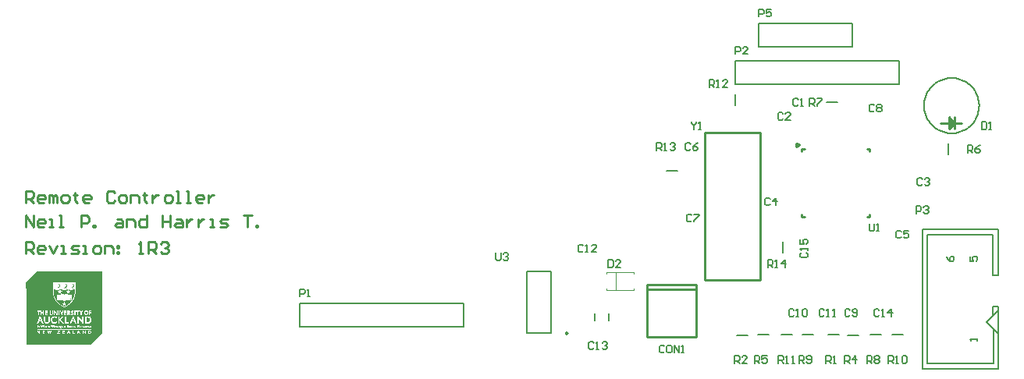
<source format=gto>
G04*
G04 #@! TF.GenerationSoftware,Altium Limited,Altium Designer,21.0.9 (235)*
G04*
G04 Layer_Color=65535*
%FSLAX25Y25*%
%MOIN*%
G70*
G04*
G04 #@! TF.SameCoordinates,B8C923A0-899F-4986-8B49-ABE338B4BB89*
G04*
G04*
G04 #@! TF.FilePolarity,Positive*
G04*
G01*
G75*
%ADD10C,0.01181*%
%ADD11C,0.00984*%
%ADD12C,0.00800*%
%ADD13C,0.01000*%
%ADD14C,0.00787*%
%ADD15C,0.00394*%
%ADD16C,0.00954*%
%ADD17C,0.00591*%
G36*
X222224Y293505D02*
Y293409D01*
Y293313D01*
Y293216D01*
Y293120D01*
Y293024D01*
Y292928D01*
Y292832D01*
Y292736D01*
Y292640D01*
Y292544D01*
Y292448D01*
Y292352D01*
Y292255D01*
Y292159D01*
Y292063D01*
Y291967D01*
Y291871D01*
Y291775D01*
Y291679D01*
Y291583D01*
Y291487D01*
Y291390D01*
Y291294D01*
Y291198D01*
Y291102D01*
Y291006D01*
Y290910D01*
Y290814D01*
Y290718D01*
Y290622D01*
Y290526D01*
Y290430D01*
Y290333D01*
Y290237D01*
Y290141D01*
Y290045D01*
Y289949D01*
Y289853D01*
Y289757D01*
Y289661D01*
Y289565D01*
Y289469D01*
Y289372D01*
Y289276D01*
Y289180D01*
Y289084D01*
Y288988D01*
Y288892D01*
Y288796D01*
Y288700D01*
Y288604D01*
Y288508D01*
Y288411D01*
Y288315D01*
Y288219D01*
Y288123D01*
Y288027D01*
Y287931D01*
Y287835D01*
Y287739D01*
Y287643D01*
Y287547D01*
Y287451D01*
Y287354D01*
Y287258D01*
Y287162D01*
Y287066D01*
Y286970D01*
Y286874D01*
Y286778D01*
Y286682D01*
Y286586D01*
Y286490D01*
Y286393D01*
Y286297D01*
Y286201D01*
Y286105D01*
Y286009D01*
Y285913D01*
Y285817D01*
Y285721D01*
Y285625D01*
Y285528D01*
Y285432D01*
Y285336D01*
Y285240D01*
Y285144D01*
Y285048D01*
Y284952D01*
Y284856D01*
Y284760D01*
Y284664D01*
Y284568D01*
Y284472D01*
Y284375D01*
Y284279D01*
Y284183D01*
Y284087D01*
Y283991D01*
Y283895D01*
Y283799D01*
Y283703D01*
Y283607D01*
Y283510D01*
Y283414D01*
Y283318D01*
Y283222D01*
Y283126D01*
Y283030D01*
Y282934D01*
Y282838D01*
Y282742D01*
Y282646D01*
Y282550D01*
Y282453D01*
Y282357D01*
Y282261D01*
Y282165D01*
Y282069D01*
Y281973D01*
Y281877D01*
Y281781D01*
Y281685D01*
Y281589D01*
Y281492D01*
Y281396D01*
Y281300D01*
Y281204D01*
Y281108D01*
Y281012D01*
Y280916D01*
Y280820D01*
Y280724D01*
Y280628D01*
Y280531D01*
Y280435D01*
Y280339D01*
Y280243D01*
Y280147D01*
Y280051D01*
Y279955D01*
Y279859D01*
Y279763D01*
Y279667D01*
Y279571D01*
Y279474D01*
Y279378D01*
Y279282D01*
Y279186D01*
Y279090D01*
Y278994D01*
Y278898D01*
Y278802D01*
Y278706D01*
Y278609D01*
Y278513D01*
Y278417D01*
Y278321D01*
Y278225D01*
Y278129D01*
Y278033D01*
Y277937D01*
Y277841D01*
Y277745D01*
Y277648D01*
Y277552D01*
Y277456D01*
Y277360D01*
Y277264D01*
Y277168D01*
Y277072D01*
Y276976D01*
Y276880D01*
Y276784D01*
Y276688D01*
Y276591D01*
Y276495D01*
Y276399D01*
Y276303D01*
Y276207D01*
Y276111D01*
Y276015D01*
Y275919D01*
Y275823D01*
Y275727D01*
Y275630D01*
Y275534D01*
Y275438D01*
Y275342D01*
Y275246D01*
Y275150D01*
Y275054D01*
Y274958D01*
Y274862D01*
Y274766D01*
Y274670D01*
Y274573D01*
Y274477D01*
Y274381D01*
Y274285D01*
Y274189D01*
Y274093D01*
Y273997D01*
Y273901D01*
Y273805D01*
Y273709D01*
Y273612D01*
Y273516D01*
Y273420D01*
Y273324D01*
Y273228D01*
Y273132D01*
Y273036D01*
Y272940D01*
Y272844D01*
Y272747D01*
Y272651D01*
Y272555D01*
Y272459D01*
Y272363D01*
Y272267D01*
Y272171D01*
Y272075D01*
Y271979D01*
Y271883D01*
Y271786D01*
Y271690D01*
Y271594D01*
Y271498D01*
Y271402D01*
Y271306D01*
Y271210D01*
Y271114D01*
Y271018D01*
Y270922D01*
Y270826D01*
Y270729D01*
Y270633D01*
Y270537D01*
Y270441D01*
Y270345D01*
Y270249D01*
Y270153D01*
Y270057D01*
Y269961D01*
Y269865D01*
Y269768D01*
Y269672D01*
Y269576D01*
Y269480D01*
Y269384D01*
Y269288D01*
Y269192D01*
Y269096D01*
Y269000D01*
Y268904D01*
Y268808D01*
Y268711D01*
Y268615D01*
Y268519D01*
Y268423D01*
Y268327D01*
Y268231D01*
Y268135D01*
Y268039D01*
Y267943D01*
Y267846D01*
Y267750D01*
Y267654D01*
Y267558D01*
Y267462D01*
Y267366D01*
Y267270D01*
Y267174D01*
Y267078D01*
X222128D01*
Y266982D01*
X222032D01*
Y266885D01*
X221936D01*
Y266789D01*
X221840D01*
Y266693D01*
X221743D01*
Y266597D01*
X221647D01*
Y266501D01*
X221551D01*
Y266405D01*
X221455D01*
Y266309D01*
X221359D01*
Y266213D01*
X221263D01*
Y266117D01*
X221167D01*
Y266021D01*
X221071D01*
Y265925D01*
X220975D01*
Y265828D01*
X220879D01*
Y265732D01*
X220782D01*
Y265636D01*
X220686D01*
Y265540D01*
X220590D01*
Y265444D01*
X220494D01*
Y265348D01*
X220398D01*
Y265252D01*
X220302D01*
Y265156D01*
X220206D01*
Y265060D01*
X220110D01*
Y264964D01*
X220014D01*
Y264867D01*
X219918D01*
Y264771D01*
X219822D01*
Y264675D01*
X219725D01*
Y264579D01*
X219629D01*
Y264483D01*
X219533D01*
Y264387D01*
X219437D01*
Y264291D01*
X219341D01*
Y264195D01*
X219245D01*
Y264099D01*
X219149D01*
Y264003D01*
X219053D01*
Y263907D01*
X218957D01*
Y263810D01*
X218861D01*
Y263714D01*
X218764D01*
Y263618D01*
X218668D01*
Y263522D01*
X218572D01*
Y263426D01*
X218476D01*
Y263330D01*
X218380D01*
Y263234D01*
X218284D01*
Y263138D01*
X218188D01*
Y263042D01*
X218092D01*
Y262946D01*
X217996D01*
Y262849D01*
X217899D01*
Y262753D01*
X217804D01*
Y262657D01*
X217707D01*
Y262561D01*
X217611D01*
Y262465D01*
X189839D01*
Y262561D01*
Y262657D01*
Y262753D01*
Y262849D01*
Y262946D01*
Y263042D01*
Y263138D01*
Y263234D01*
Y263330D01*
Y263426D01*
Y263522D01*
Y263618D01*
Y263714D01*
Y263810D01*
Y263907D01*
Y264003D01*
Y264099D01*
Y264195D01*
Y264291D01*
Y264387D01*
Y264483D01*
Y264579D01*
Y264675D01*
Y264771D01*
Y264867D01*
Y264964D01*
Y265060D01*
Y265156D01*
Y265252D01*
Y265348D01*
Y265444D01*
Y265540D01*
Y265636D01*
Y265732D01*
Y265828D01*
Y265925D01*
Y266021D01*
Y266117D01*
Y266213D01*
Y266309D01*
Y266405D01*
Y266501D01*
Y266597D01*
Y266693D01*
Y266789D01*
Y266885D01*
Y266982D01*
Y267078D01*
Y267174D01*
Y267270D01*
Y267366D01*
Y267462D01*
Y267558D01*
Y267654D01*
Y267750D01*
Y267846D01*
Y267943D01*
Y268039D01*
Y268135D01*
Y268231D01*
Y268327D01*
Y268423D01*
Y268519D01*
Y268615D01*
Y268711D01*
Y268808D01*
Y268904D01*
Y269000D01*
Y269096D01*
Y269192D01*
Y269288D01*
Y269384D01*
Y269480D01*
Y269576D01*
Y269672D01*
Y269768D01*
Y269865D01*
Y269961D01*
Y270057D01*
Y270153D01*
Y270249D01*
Y270345D01*
Y270441D01*
Y270537D01*
Y270633D01*
Y270729D01*
Y270826D01*
Y270922D01*
Y271018D01*
Y271114D01*
Y271210D01*
Y271306D01*
Y271402D01*
Y271498D01*
Y271594D01*
Y271690D01*
Y271786D01*
Y271883D01*
Y271979D01*
Y272075D01*
Y272171D01*
Y272267D01*
Y272363D01*
Y272459D01*
Y272555D01*
Y272651D01*
Y272747D01*
Y272844D01*
Y272940D01*
Y273036D01*
Y273132D01*
Y273228D01*
Y273324D01*
Y273420D01*
Y273516D01*
Y273612D01*
Y273709D01*
Y273805D01*
Y273901D01*
Y273997D01*
Y274093D01*
Y274189D01*
Y274285D01*
Y274381D01*
Y274477D01*
Y274573D01*
Y274670D01*
Y274766D01*
Y274862D01*
Y274958D01*
Y275054D01*
Y275150D01*
Y275246D01*
Y275342D01*
Y275438D01*
Y275534D01*
Y275630D01*
Y275727D01*
Y275823D01*
Y275919D01*
Y276015D01*
Y276111D01*
Y276207D01*
Y276303D01*
Y276399D01*
Y276495D01*
Y276591D01*
Y276688D01*
Y276784D01*
Y276880D01*
Y276976D01*
Y277072D01*
Y277168D01*
Y277264D01*
Y277360D01*
Y277456D01*
Y277552D01*
Y277648D01*
Y277745D01*
Y277841D01*
Y277937D01*
Y278033D01*
Y278129D01*
Y278225D01*
Y278321D01*
Y278417D01*
Y278513D01*
Y278609D01*
Y278706D01*
Y278802D01*
Y278898D01*
Y278994D01*
Y279090D01*
Y279186D01*
Y279282D01*
Y279378D01*
Y279474D01*
Y279571D01*
Y279667D01*
Y279763D01*
Y279859D01*
Y279955D01*
Y280051D01*
Y280147D01*
Y280243D01*
Y280339D01*
Y280435D01*
Y280531D01*
Y280628D01*
Y280724D01*
Y280820D01*
Y280916D01*
Y281012D01*
Y281108D01*
Y281204D01*
Y281300D01*
Y281396D01*
Y281492D01*
Y281589D01*
Y281685D01*
Y281781D01*
Y281877D01*
Y281973D01*
Y282069D01*
Y282165D01*
Y282261D01*
Y282357D01*
Y282453D01*
Y282550D01*
Y282646D01*
Y282742D01*
Y282838D01*
Y282934D01*
Y283030D01*
Y283126D01*
Y283222D01*
Y283318D01*
Y283414D01*
Y283510D01*
Y283607D01*
Y283703D01*
Y283799D01*
Y283895D01*
Y283991D01*
Y284087D01*
Y284183D01*
Y284279D01*
Y284375D01*
Y284472D01*
Y284568D01*
Y284664D01*
Y284760D01*
Y284856D01*
Y284952D01*
Y285048D01*
Y285144D01*
Y285240D01*
Y285336D01*
Y285432D01*
Y285528D01*
Y285625D01*
Y285721D01*
Y285817D01*
Y285913D01*
Y286009D01*
Y286105D01*
Y286201D01*
Y286297D01*
Y286393D01*
Y286490D01*
X189743D01*
Y286586D01*
Y286682D01*
Y286778D01*
Y286874D01*
Y286970D01*
Y287066D01*
Y287162D01*
Y287258D01*
Y287354D01*
Y287451D01*
Y287547D01*
Y287643D01*
Y287739D01*
Y287835D01*
Y287931D01*
Y288027D01*
Y288123D01*
Y288219D01*
Y288315D01*
Y288411D01*
Y288508D01*
Y288604D01*
Y288700D01*
Y288796D01*
Y288892D01*
Y288988D01*
X189839D01*
Y289084D01*
X189935D01*
Y289180D01*
X190031D01*
Y289276D01*
X190127D01*
Y289372D01*
X190223D01*
Y289469D01*
X190319D01*
Y289565D01*
X190416D01*
Y289661D01*
X190512D01*
Y289757D01*
X190608D01*
Y289853D01*
X190704D01*
Y289949D01*
X190800D01*
Y290045D01*
X190896D01*
Y290141D01*
X190992D01*
Y290237D01*
X191088D01*
Y290333D01*
X191184D01*
Y290430D01*
X191280D01*
Y290526D01*
X191376D01*
Y290622D01*
X191473D01*
Y290718D01*
X191569D01*
Y290814D01*
X191665D01*
Y290910D01*
X191761D01*
Y291006D01*
X191857D01*
Y291102D01*
X191953D01*
Y291198D01*
X192049D01*
Y291294D01*
X192145D01*
Y291390D01*
X192241D01*
Y291487D01*
X192337D01*
Y291583D01*
X192434D01*
Y291679D01*
X192530D01*
Y291775D01*
X192626D01*
Y291871D01*
X192722D01*
Y291967D01*
X192818D01*
Y292063D01*
X192914D01*
Y292159D01*
X193010D01*
Y292255D01*
X193106D01*
Y292352D01*
X193202D01*
Y292448D01*
X193298D01*
Y292544D01*
X193394D01*
Y292640D01*
X193491D01*
Y292736D01*
X193587D01*
Y292832D01*
X193683D01*
Y292928D01*
X193779D01*
Y293024D01*
X193875D01*
Y293120D01*
X193971D01*
Y293216D01*
X194067D01*
Y293313D01*
X194163D01*
Y293409D01*
X194259D01*
Y293505D01*
X194355D01*
Y293601D01*
X222224D01*
Y293505D01*
D02*
G37*
%LPC*%
G36*
X210788Y289084D02*
X201275D01*
Y288988D01*
Y288892D01*
Y288796D01*
Y288700D01*
Y288604D01*
Y288508D01*
Y288411D01*
Y288315D01*
Y288219D01*
Y288123D01*
Y288027D01*
Y287931D01*
Y287835D01*
Y287739D01*
Y287643D01*
Y287547D01*
Y287451D01*
Y287354D01*
Y287258D01*
Y287162D01*
Y287066D01*
Y286970D01*
Y286874D01*
Y286778D01*
Y286682D01*
Y286586D01*
Y286490D01*
Y286393D01*
Y286297D01*
Y286201D01*
Y286105D01*
Y286009D01*
Y285913D01*
Y285817D01*
Y285721D01*
Y285625D01*
Y285528D01*
Y285432D01*
Y285336D01*
Y285240D01*
Y285144D01*
Y285048D01*
Y284952D01*
Y284856D01*
Y284760D01*
Y284664D01*
Y284568D01*
Y284472D01*
Y284375D01*
Y284279D01*
Y284183D01*
Y284087D01*
Y283991D01*
X201371D01*
Y283895D01*
Y283799D01*
Y283703D01*
Y283607D01*
Y283510D01*
Y283414D01*
X201467D01*
Y283318D01*
Y283222D01*
Y283126D01*
Y283030D01*
X201563D01*
Y282934D01*
Y282838D01*
Y282742D01*
X201659D01*
Y282646D01*
Y282550D01*
Y282453D01*
X201755D01*
Y282357D01*
Y282261D01*
X201851D01*
Y282165D01*
Y282069D01*
Y281973D01*
X201947D01*
Y281877D01*
Y281781D01*
X202043D01*
Y281685D01*
X202139D01*
Y281589D01*
Y281492D01*
X202236D01*
Y281396D01*
Y281300D01*
X202332D01*
Y281204D01*
X202428D01*
Y281108D01*
Y281012D01*
X202524D01*
Y280916D01*
X202620D01*
Y280820D01*
Y280724D01*
X202716D01*
Y280628D01*
X202812D01*
Y280531D01*
X202908D01*
Y280435D01*
X203004D01*
Y280339D01*
X203100D01*
Y280243D01*
X203197D01*
Y280147D01*
X203293D01*
Y280051D01*
X203389D01*
Y279955D01*
X203485D01*
Y279859D01*
X203581D01*
Y279763D01*
X203677D01*
Y279667D01*
X203773D01*
Y279571D01*
X203869D01*
Y279474D01*
X203965D01*
Y279378D01*
X204157D01*
Y279282D01*
X204254D01*
Y279186D01*
X204446D01*
Y279090D01*
X204542D01*
Y278994D01*
X204734D01*
Y278898D01*
X204830D01*
Y278802D01*
X205022D01*
Y278706D01*
X205215D01*
Y278609D01*
X205407D01*
Y278513D01*
X205599D01*
Y278417D01*
X205791D01*
Y278321D01*
X206272D01*
Y278417D01*
X206464D01*
Y278513D01*
X206656D01*
Y278609D01*
X206848D01*
Y278706D01*
X207041D01*
Y278802D01*
X207233D01*
Y278898D01*
X207329D01*
Y278994D01*
X207521D01*
Y279090D01*
X207713D01*
Y279186D01*
X207809D01*
Y279282D01*
X207905D01*
Y279378D01*
X208098D01*
Y279474D01*
X208194D01*
Y279571D01*
X208290D01*
Y279667D01*
X208386D01*
Y279763D01*
X208482D01*
Y279859D01*
X208578D01*
Y279955D01*
X208770D01*
Y280051D01*
X208866D01*
Y280147D01*
Y280243D01*
X208962D01*
Y280339D01*
X209058D01*
Y280435D01*
X209155D01*
Y280531D01*
X209251D01*
Y280628D01*
X209347D01*
Y280724D01*
X209443D01*
Y280820D01*
Y280916D01*
X209539D01*
Y281012D01*
X209635D01*
Y281108D01*
Y281204D01*
X209731D01*
Y281300D01*
X209827D01*
Y281396D01*
Y281492D01*
X209923D01*
Y281589D01*
X210019D01*
Y281685D01*
Y281781D01*
X210116D01*
Y281877D01*
Y281973D01*
X210212D01*
Y282069D01*
Y282165D01*
Y282261D01*
X210308D01*
Y282357D01*
Y282453D01*
X210404D01*
Y282550D01*
Y282646D01*
Y282742D01*
X210500D01*
Y282838D01*
Y282934D01*
Y283030D01*
X210596D01*
Y283126D01*
Y283222D01*
Y283318D01*
Y283414D01*
X210692D01*
Y283510D01*
Y283607D01*
Y283703D01*
Y283799D01*
Y283895D01*
Y283991D01*
X210788D01*
Y284087D01*
Y284183D01*
Y284279D01*
Y284375D01*
Y284472D01*
Y284568D01*
Y284664D01*
Y284760D01*
Y284856D01*
Y284952D01*
Y285048D01*
Y285144D01*
Y285240D01*
Y285336D01*
Y285432D01*
Y285528D01*
Y285625D01*
Y285721D01*
Y285817D01*
Y285913D01*
Y286009D01*
Y286105D01*
Y286201D01*
Y286297D01*
Y286393D01*
Y286490D01*
Y286586D01*
Y286682D01*
Y286778D01*
Y286874D01*
Y286970D01*
Y287066D01*
Y287162D01*
Y287258D01*
Y287354D01*
Y287451D01*
Y287547D01*
Y287643D01*
Y287739D01*
Y287835D01*
Y287931D01*
Y288027D01*
Y288123D01*
Y288219D01*
Y288315D01*
Y288411D01*
Y288508D01*
Y288604D01*
Y288700D01*
Y288796D01*
Y288892D01*
Y288988D01*
Y289084D01*
D02*
G37*
G36*
X214056Y276880D02*
X213575D01*
Y276784D01*
X213479D01*
Y276688D01*
X213383D01*
Y276591D01*
X213287D01*
Y276495D01*
Y276399D01*
X213191D01*
Y276495D01*
Y276591D01*
X213095D01*
Y276688D01*
X212999D01*
Y276784D01*
Y276880D01*
X210981D01*
Y276784D01*
Y276688D01*
Y276591D01*
Y276495D01*
X211557D01*
Y276399D01*
Y276303D01*
Y276207D01*
Y276111D01*
Y276015D01*
Y275919D01*
Y275823D01*
Y275727D01*
Y275630D01*
Y275534D01*
Y275438D01*
Y275342D01*
Y275246D01*
Y275150D01*
Y275054D01*
X211942D01*
Y275150D01*
Y275246D01*
Y275342D01*
Y275438D01*
Y275534D01*
Y275630D01*
Y275727D01*
Y275823D01*
Y275919D01*
Y276015D01*
Y276111D01*
Y276207D01*
Y276303D01*
Y276399D01*
Y276495D01*
X212422D01*
Y276591D01*
Y276688D01*
Y276784D01*
X212518D01*
Y276688D01*
X212614D01*
Y276591D01*
Y276495D01*
X212710D01*
Y276399D01*
X212806D01*
Y276303D01*
X212902D01*
Y276207D01*
Y276111D01*
X212999D01*
Y276015D01*
X213095D01*
Y275919D01*
Y275823D01*
Y275727D01*
Y275630D01*
Y275534D01*
Y275438D01*
Y275342D01*
Y275246D01*
Y275150D01*
Y275054D01*
X213479D01*
Y275150D01*
Y275246D01*
Y275342D01*
Y275438D01*
Y275534D01*
Y275630D01*
Y275727D01*
Y275823D01*
Y275919D01*
Y276015D01*
Y276111D01*
X213575D01*
Y276207D01*
X213671D01*
Y276303D01*
Y276399D01*
X213767D01*
Y276495D01*
X213863D01*
Y276591D01*
Y276688D01*
X213960D01*
Y276784D01*
X214056D01*
Y276880D01*
D02*
G37*
G36*
X209827D02*
X209155D01*
Y276784D01*
X209058D01*
Y276688D01*
X208962D01*
Y276591D01*
Y276495D01*
Y276399D01*
Y276303D01*
Y276207D01*
Y276111D01*
X209058D01*
Y276015D01*
X209155D01*
Y275919D01*
X209251D01*
Y275823D01*
X209347D01*
Y275727D01*
X209539D01*
Y275630D01*
X209635D01*
Y275534D01*
Y275438D01*
X209251D01*
Y275534D01*
X209155D01*
Y275630D01*
X209058D01*
Y275727D01*
X208962D01*
Y275630D01*
Y275534D01*
Y275438D01*
Y275342D01*
Y275246D01*
Y275150D01*
X209058D01*
Y275054D01*
X209827D01*
Y275150D01*
X209923D01*
Y275246D01*
Y275342D01*
Y275438D01*
X210019D01*
Y275534D01*
Y275630D01*
Y275727D01*
X209923D01*
Y275823D01*
Y275919D01*
X209827D01*
Y276015D01*
X209731D01*
Y276111D01*
X209635D01*
Y276207D01*
X209443D01*
Y276303D01*
X209347D01*
Y276399D01*
Y276495D01*
X209731D01*
Y276399D01*
X209827D01*
Y276303D01*
X209923D01*
Y276399D01*
Y276495D01*
Y276591D01*
Y276688D01*
Y276784D01*
X209827D01*
Y276880D01*
D02*
G37*
G36*
X197431D02*
X197046D01*
Y276784D01*
Y276688D01*
Y276591D01*
Y276495D01*
Y276399D01*
Y276303D01*
Y276207D01*
X196374D01*
Y276303D01*
Y276399D01*
Y276495D01*
Y276591D01*
Y276688D01*
Y276784D01*
Y276880D01*
X195989D01*
Y276784D01*
Y276688D01*
Y276591D01*
Y276495D01*
Y276399D01*
Y276303D01*
Y276207D01*
Y276111D01*
Y276015D01*
Y275919D01*
Y275823D01*
Y275727D01*
Y275630D01*
Y275534D01*
Y275438D01*
Y275342D01*
Y275246D01*
Y275150D01*
Y275054D01*
X196374D01*
Y275150D01*
Y275246D01*
Y275342D01*
Y275438D01*
Y275534D01*
Y275630D01*
Y275727D01*
Y275823D01*
X197046D01*
Y275727D01*
Y275630D01*
Y275534D01*
Y275438D01*
Y275342D01*
Y275246D01*
Y275150D01*
Y275054D01*
X197431D01*
Y275150D01*
Y275246D01*
Y275342D01*
Y275438D01*
Y275534D01*
Y275630D01*
Y275727D01*
Y275823D01*
Y275919D01*
Y276015D01*
Y276111D01*
Y276207D01*
Y276303D01*
Y276399D01*
Y276495D01*
Y276591D01*
Y276688D01*
Y276784D01*
Y276880D01*
D02*
G37*
G36*
X205695D02*
X205311D01*
Y276784D01*
Y276688D01*
X205215D01*
Y276591D01*
Y276495D01*
Y276399D01*
X205118D01*
Y276303D01*
Y276207D01*
X205022D01*
Y276111D01*
Y276015D01*
Y275919D01*
X204926D01*
Y276015D01*
Y276111D01*
X204830D01*
Y276207D01*
Y276303D01*
Y276399D01*
X204734D01*
Y276495D01*
Y276591D01*
X204638D01*
Y276688D01*
Y276784D01*
Y276880D01*
X204157D01*
Y276784D01*
X204254D01*
Y276688D01*
Y276591D01*
Y276495D01*
X204350D01*
Y276399D01*
Y276303D01*
X204446D01*
Y276207D01*
Y276111D01*
Y276015D01*
X204542D01*
Y275919D01*
Y275823D01*
X204638D01*
Y275727D01*
Y275630D01*
Y275534D01*
X204734D01*
Y275438D01*
Y275342D01*
Y275246D01*
X204830D01*
Y275150D01*
Y275054D01*
X205118D01*
Y275150D01*
Y275246D01*
Y275342D01*
X205215D01*
Y275438D01*
Y275534D01*
X205311D01*
Y275630D01*
Y275727D01*
Y275823D01*
X205407D01*
Y275919D01*
Y276015D01*
Y276111D01*
X205503D01*
Y276207D01*
Y276303D01*
X205599D01*
Y276399D01*
Y276495D01*
Y276591D01*
X205695D01*
Y276688D01*
Y276784D01*
Y276880D01*
D02*
G37*
G36*
X203197D02*
X202812D01*
Y276784D01*
Y276688D01*
Y276591D01*
Y276495D01*
Y276399D01*
Y276303D01*
Y276207D01*
Y276111D01*
Y276015D01*
Y275919D01*
Y275823D01*
X202716D01*
Y275919D01*
Y276015D01*
X202620D01*
Y276111D01*
X202524D01*
Y276207D01*
X202428D01*
Y276303D01*
X202332D01*
Y276399D01*
Y276495D01*
X202236D01*
Y276591D01*
X202139D01*
Y276688D01*
X202043D01*
Y276784D01*
X201947D01*
Y276880D01*
X201563D01*
Y276784D01*
Y276688D01*
Y276591D01*
Y276495D01*
Y276399D01*
Y276303D01*
Y276207D01*
Y276111D01*
Y276015D01*
Y275919D01*
Y275823D01*
Y275727D01*
Y275630D01*
Y275534D01*
Y275438D01*
Y275342D01*
Y275246D01*
Y275150D01*
Y275054D01*
X201947D01*
Y275150D01*
Y275246D01*
Y275342D01*
Y275438D01*
Y275534D01*
Y275630D01*
Y275727D01*
Y275823D01*
Y275919D01*
Y276015D01*
Y276111D01*
Y276207D01*
X202043D01*
Y276111D01*
Y276015D01*
X202139D01*
Y275919D01*
X202236D01*
Y275823D01*
X202332D01*
Y275727D01*
Y275630D01*
X202428D01*
Y275534D01*
X202524D01*
Y275438D01*
X202620D01*
Y275342D01*
X202716D01*
Y275246D01*
Y275150D01*
X202812D01*
Y275054D01*
X203197D01*
Y275150D01*
Y275246D01*
Y275342D01*
Y275438D01*
Y275534D01*
Y275630D01*
Y275727D01*
Y275823D01*
Y275919D01*
Y276015D01*
Y276111D01*
Y276207D01*
Y276303D01*
Y276399D01*
Y276495D01*
Y276591D01*
Y276688D01*
Y276784D01*
Y276880D01*
D02*
G37*
G36*
X201275D02*
X200890D01*
Y276784D01*
Y276688D01*
Y276591D01*
Y276495D01*
Y276399D01*
Y276303D01*
Y276207D01*
Y276111D01*
Y276015D01*
Y275919D01*
Y275823D01*
Y275727D01*
Y275630D01*
Y275534D01*
X200794D01*
Y275438D01*
X200314D01*
Y275534D01*
X200218D01*
Y275630D01*
Y275727D01*
Y275823D01*
Y275919D01*
Y276015D01*
Y276111D01*
Y276207D01*
Y276303D01*
Y276399D01*
Y276495D01*
Y276591D01*
Y276688D01*
Y276784D01*
Y276880D01*
X199833D01*
Y276784D01*
Y276688D01*
Y276591D01*
Y276495D01*
Y276399D01*
Y276303D01*
Y276207D01*
Y276111D01*
Y276015D01*
Y275919D01*
Y275823D01*
Y275727D01*
Y275630D01*
Y275534D01*
Y275438D01*
X199929D01*
Y275342D01*
Y275246D01*
X200025D01*
Y275150D01*
X200218D01*
Y275054D01*
X200986D01*
Y275150D01*
X201082D01*
Y275246D01*
X201179D01*
Y275342D01*
X201275D01*
Y275438D01*
Y275534D01*
Y275630D01*
Y275727D01*
Y275823D01*
Y275919D01*
Y276015D01*
Y276111D01*
Y276207D01*
Y276303D01*
Y276399D01*
Y276495D01*
Y276591D01*
Y276688D01*
Y276784D01*
Y276880D01*
D02*
G37*
G36*
X217515D02*
X216554D01*
Y276784D01*
Y276688D01*
Y276591D01*
Y276495D01*
Y276399D01*
Y276303D01*
Y276207D01*
Y276111D01*
Y276015D01*
Y275919D01*
Y275823D01*
Y275727D01*
Y275630D01*
Y275534D01*
Y275438D01*
Y275342D01*
Y275246D01*
Y275150D01*
Y275054D01*
X216939D01*
Y275150D01*
Y275246D01*
Y275342D01*
Y275438D01*
Y275534D01*
Y275630D01*
Y275727D01*
Y275823D01*
X217515D01*
Y275919D01*
Y276015D01*
Y276111D01*
Y276207D01*
X216939D01*
Y276303D01*
Y276399D01*
Y276495D01*
Y276591D01*
X217515D01*
Y276688D01*
Y276784D01*
Y276880D01*
D02*
G37*
G36*
X215785D02*
X215017D01*
Y276784D01*
X214824D01*
Y276688D01*
X214728D01*
Y276591D01*
X214632D01*
Y276495D01*
Y276399D01*
X214536D01*
Y276303D01*
Y276207D01*
Y276111D01*
Y276015D01*
Y275919D01*
Y275823D01*
Y275727D01*
Y275630D01*
Y275534D01*
X214632D01*
Y275438D01*
Y275342D01*
X214728D01*
Y275246D01*
X214824D01*
Y275150D01*
X215017D01*
Y275054D01*
X215785D01*
Y275150D01*
X215978D01*
Y275246D01*
X216074D01*
Y275342D01*
X216170D01*
Y275438D01*
Y275534D01*
X216266D01*
Y275630D01*
Y275727D01*
Y275823D01*
Y275919D01*
Y276015D01*
Y276111D01*
Y276207D01*
Y276303D01*
Y276399D01*
X216170D01*
Y276495D01*
Y276591D01*
X216074D01*
Y276688D01*
X215978D01*
Y276784D01*
X215785D01*
Y276880D01*
D02*
G37*
G36*
X210788D02*
X210404D01*
Y276784D01*
Y276688D01*
Y276591D01*
Y276495D01*
Y276399D01*
Y276303D01*
Y276207D01*
Y276111D01*
Y276015D01*
Y275919D01*
Y275823D01*
Y275727D01*
Y275630D01*
Y275534D01*
Y275438D01*
Y275342D01*
Y275246D01*
Y275150D01*
Y275054D01*
X210788D01*
Y275150D01*
Y275246D01*
Y275342D01*
Y275438D01*
Y275534D01*
Y275630D01*
Y275727D01*
Y275823D01*
Y275919D01*
Y276015D01*
Y276111D01*
Y276207D01*
Y276303D01*
Y276399D01*
Y276495D01*
Y276591D01*
Y276688D01*
Y276784D01*
Y276880D01*
D02*
G37*
G36*
X208290D02*
X207425D01*
Y276784D01*
Y276688D01*
Y276591D01*
Y276495D01*
Y276399D01*
Y276303D01*
Y276207D01*
Y276111D01*
Y276015D01*
Y275919D01*
Y275823D01*
Y275727D01*
Y275630D01*
Y275534D01*
Y275438D01*
Y275342D01*
Y275246D01*
Y275150D01*
Y275054D01*
X207809D01*
Y275150D01*
Y275246D01*
Y275342D01*
Y275438D01*
Y275534D01*
Y275630D01*
Y275727D01*
Y275823D01*
X207905D01*
Y275727D01*
X208001D01*
Y275630D01*
X208098D01*
Y275534D01*
Y275438D01*
X208194D01*
Y275342D01*
X208290D01*
Y275246D01*
Y275150D01*
X208386D01*
Y275054D01*
X208866D01*
Y275150D01*
X208770D01*
Y275246D01*
Y275342D01*
X208674D01*
Y275438D01*
X208578D01*
Y275534D01*
Y275630D01*
X208482D01*
Y275727D01*
Y275823D01*
X208386D01*
Y275919D01*
Y276015D01*
X208482D01*
Y276111D01*
Y276207D01*
Y276303D01*
Y276399D01*
Y276495D01*
Y276591D01*
Y276688D01*
X208386D01*
Y276784D01*
X208290D01*
Y276880D01*
D02*
G37*
G36*
X207041D02*
X205983D01*
Y276784D01*
Y276688D01*
Y276591D01*
Y276495D01*
Y276399D01*
Y276303D01*
Y276207D01*
Y276111D01*
Y276015D01*
Y275919D01*
Y275823D01*
Y275727D01*
Y275630D01*
Y275534D01*
Y275438D01*
Y275342D01*
Y275246D01*
Y275150D01*
Y275054D01*
X207041D01*
Y275150D01*
Y275246D01*
Y275342D01*
Y275438D01*
X206368D01*
Y275534D01*
Y275630D01*
Y275727D01*
Y275823D01*
X207041D01*
Y275919D01*
Y276015D01*
Y276111D01*
Y276207D01*
X206368D01*
Y276303D01*
Y276399D01*
Y276495D01*
X207041D01*
Y276591D01*
Y276688D01*
Y276784D01*
Y276880D01*
D02*
G37*
G36*
X203965D02*
X203581D01*
Y276784D01*
Y276688D01*
Y276591D01*
Y276495D01*
Y276399D01*
Y276303D01*
Y276207D01*
Y276111D01*
Y276015D01*
Y275919D01*
Y275823D01*
Y275727D01*
Y275630D01*
Y275534D01*
Y275438D01*
Y275342D01*
Y275246D01*
Y275150D01*
Y275054D01*
X203965D01*
Y275150D01*
Y275246D01*
Y275342D01*
Y275438D01*
Y275534D01*
Y275630D01*
Y275727D01*
Y275823D01*
Y275919D01*
Y276015D01*
Y276111D01*
Y276207D01*
Y276303D01*
Y276399D01*
Y276495D01*
Y276591D01*
Y276688D01*
Y276784D01*
Y276880D01*
D02*
G37*
G36*
X198872D02*
X197815D01*
Y276784D01*
Y276688D01*
Y276591D01*
Y276495D01*
Y276399D01*
Y276303D01*
Y276207D01*
Y276111D01*
Y276015D01*
Y275919D01*
Y275823D01*
Y275727D01*
Y275630D01*
Y275534D01*
Y275438D01*
Y275342D01*
Y275246D01*
Y275150D01*
Y275054D01*
X198872D01*
Y275150D01*
Y275246D01*
Y275342D01*
Y275438D01*
X198199D01*
Y275534D01*
Y275630D01*
Y275727D01*
Y275823D01*
X198872D01*
Y275919D01*
Y276015D01*
Y276111D01*
Y276207D01*
X198199D01*
Y276303D01*
Y276399D01*
Y276495D01*
X198872D01*
Y276591D01*
Y276688D01*
Y276784D01*
Y276880D01*
D02*
G37*
G36*
X195893D02*
X194452D01*
Y276784D01*
Y276688D01*
Y276591D01*
Y276495D01*
X194932D01*
Y276399D01*
Y276303D01*
Y276207D01*
Y276111D01*
Y276015D01*
Y275919D01*
Y275823D01*
Y275727D01*
Y275630D01*
Y275534D01*
Y275438D01*
Y275342D01*
Y275246D01*
Y275150D01*
Y275054D01*
X195317D01*
Y275150D01*
Y275246D01*
Y275342D01*
Y275438D01*
Y275534D01*
Y275630D01*
Y275727D01*
Y275823D01*
Y275919D01*
Y276015D01*
Y276111D01*
Y276207D01*
Y276303D01*
Y276399D01*
Y276495D01*
X195893D01*
Y276591D01*
Y276688D01*
Y276784D01*
Y276880D01*
D02*
G37*
G36*
X202236Y274477D02*
X201467D01*
Y274381D01*
X201179D01*
Y274285D01*
X200986D01*
Y274189D01*
X200890D01*
Y274093D01*
X200794D01*
Y273997D01*
X200698D01*
Y273901D01*
X200602D01*
Y273805D01*
Y273709D01*
X200506D01*
Y273612D01*
Y273516D01*
X200410D01*
Y273420D01*
Y273324D01*
Y273228D01*
Y273132D01*
X200314D01*
Y273036D01*
Y272940D01*
Y272844D01*
Y272747D01*
Y272651D01*
Y272555D01*
X200410D01*
Y272459D01*
Y272363D01*
Y272267D01*
X200506D01*
Y272171D01*
Y272075D01*
Y271979D01*
X200602D01*
Y271883D01*
X200698D01*
Y271786D01*
X200794D01*
Y271690D01*
X200890D01*
Y271594D01*
X200986D01*
Y271498D01*
X201082D01*
Y271402D01*
X201371D01*
Y271306D01*
X202428D01*
Y271402D01*
X202716D01*
Y271498D01*
X202812D01*
Y271594D01*
X202908D01*
Y271690D01*
Y271786D01*
Y271883D01*
Y271979D01*
Y272075D01*
Y272171D01*
Y272267D01*
X202716D01*
Y272171D01*
X202620D01*
Y272075D01*
X202428D01*
Y271979D01*
X202236D01*
Y271883D01*
X201563D01*
Y271979D01*
X201371D01*
Y272075D01*
X201275D01*
Y272171D01*
X201179D01*
Y272267D01*
X201082D01*
Y272363D01*
Y272459D01*
X200986D01*
Y272555D01*
Y272651D01*
Y272747D01*
Y272844D01*
X200890D01*
Y272940D01*
X200986D01*
Y273036D01*
Y273132D01*
Y273228D01*
Y273324D01*
X201082D01*
Y273420D01*
Y273516D01*
X201179D01*
Y273612D01*
X201275D01*
Y273709D01*
X201467D01*
Y273805D01*
X201659D01*
Y273901D01*
X202139D01*
Y273805D01*
X202428D01*
Y273709D01*
X202620D01*
Y273612D01*
X202716D01*
Y273516D01*
X202908D01*
Y273612D01*
Y273709D01*
Y273805D01*
Y273901D01*
Y273997D01*
X202812D01*
Y274093D01*
Y274189D01*
Y274285D01*
X202620D01*
Y274381D01*
X202236D01*
Y274477D01*
D02*
G37*
G36*
X205695D02*
X205022D01*
Y274381D01*
X204926D01*
Y274285D01*
X204830D01*
Y274189D01*
Y274093D01*
X204734D01*
Y273997D01*
X204638D01*
Y273901D01*
X204542D01*
Y273805D01*
X204446D01*
Y273709D01*
X204350D01*
Y273612D01*
Y273516D01*
X204254D01*
Y273420D01*
X204157D01*
Y273324D01*
X204061D01*
Y273420D01*
Y273516D01*
Y273612D01*
Y273709D01*
Y273805D01*
Y273901D01*
Y273997D01*
Y274093D01*
Y274189D01*
Y274285D01*
Y274381D01*
Y274477D01*
X203485D01*
Y274381D01*
Y274285D01*
Y274189D01*
Y274093D01*
Y273997D01*
Y273901D01*
Y273805D01*
Y273709D01*
Y273612D01*
Y273516D01*
Y273420D01*
Y273324D01*
Y273228D01*
Y273132D01*
Y273036D01*
Y272940D01*
Y272844D01*
Y272747D01*
Y272651D01*
Y272555D01*
Y272459D01*
Y272363D01*
Y272267D01*
Y272171D01*
Y272075D01*
Y271979D01*
Y271883D01*
Y271786D01*
Y271690D01*
Y271594D01*
Y271498D01*
Y271402D01*
Y271306D01*
X204061D01*
Y271402D01*
Y271498D01*
Y271594D01*
Y271690D01*
Y271786D01*
Y271883D01*
Y271979D01*
Y272075D01*
Y272171D01*
Y272267D01*
Y272363D01*
Y272459D01*
Y272555D01*
X204157D01*
Y272459D01*
X204254D01*
Y272363D01*
X204350D01*
Y272267D01*
X204446D01*
Y272171D01*
X204542D01*
Y272075D01*
X204638D01*
Y271979D01*
X204734D01*
Y271883D01*
X204830D01*
Y271786D01*
X204926D01*
Y271690D01*
Y271594D01*
X205022D01*
Y271498D01*
X205118D01*
Y271402D01*
X205215D01*
Y271306D01*
X205983D01*
Y271402D01*
Y271498D01*
X205887D01*
Y271594D01*
X205791D01*
Y271690D01*
X205695D01*
Y271786D01*
X205599D01*
Y271883D01*
X205503D01*
Y271979D01*
Y272075D01*
X205407D01*
Y272171D01*
X205311D01*
Y272267D01*
X205215D01*
Y272363D01*
X205118D01*
Y272459D01*
X205022D01*
Y272555D01*
X204926D01*
Y272651D01*
X204830D01*
Y272747D01*
X204734D01*
Y272844D01*
X204638D01*
Y272940D01*
Y273036D01*
X204734D01*
Y273132D01*
Y273228D01*
X204830D01*
Y273324D01*
X204926D01*
Y273420D01*
X205022D01*
Y273516D01*
X205118D01*
Y273612D01*
Y273709D01*
X205215D01*
Y273805D01*
X205311D01*
Y273901D01*
X205407D01*
Y273997D01*
X205503D01*
Y274093D01*
X205599D01*
Y274189D01*
Y274285D01*
X205695D01*
Y274381D01*
Y274477D01*
D02*
G37*
G36*
X214344D02*
X213767D01*
Y274381D01*
Y274285D01*
Y274189D01*
Y274093D01*
Y273997D01*
Y273901D01*
Y273805D01*
Y273709D01*
Y273612D01*
Y273516D01*
Y273420D01*
Y273324D01*
Y273228D01*
Y273132D01*
Y273036D01*
Y272940D01*
Y272844D01*
Y272747D01*
Y272651D01*
Y272555D01*
X213671D01*
Y272651D01*
X213575D01*
Y272747D01*
X213479D01*
Y272844D01*
X213383D01*
Y272940D01*
Y273036D01*
X213287D01*
Y273132D01*
X213191D01*
Y273228D01*
X213095D01*
Y273324D01*
X212999D01*
Y273420D01*
Y273516D01*
X212902D01*
Y273612D01*
X212806D01*
Y273709D01*
X212710D01*
Y273805D01*
Y273901D01*
X212614D01*
Y273997D01*
X212518D01*
Y274093D01*
X212422D01*
Y274189D01*
X212326D01*
Y274285D01*
Y274381D01*
X212230D01*
Y274477D01*
X211749D01*
Y274381D01*
Y274285D01*
Y274189D01*
Y274093D01*
Y273997D01*
Y273901D01*
Y273805D01*
Y273709D01*
Y273612D01*
Y273516D01*
Y273420D01*
Y273324D01*
Y273228D01*
Y273132D01*
Y273036D01*
Y272940D01*
Y272844D01*
Y272747D01*
Y272651D01*
Y272555D01*
Y272459D01*
Y272363D01*
Y272267D01*
Y272171D01*
Y272075D01*
Y271979D01*
Y271883D01*
Y271786D01*
Y271690D01*
Y271594D01*
Y271498D01*
Y271402D01*
Y271306D01*
X212326D01*
Y271402D01*
Y271498D01*
Y271594D01*
Y271690D01*
Y271786D01*
Y271883D01*
Y271979D01*
Y272075D01*
Y272171D01*
Y272267D01*
Y272363D01*
Y272459D01*
Y272555D01*
Y272651D01*
Y272747D01*
Y272844D01*
Y272940D01*
Y273036D01*
Y273132D01*
Y273228D01*
X212422D01*
Y273132D01*
X212518D01*
Y273036D01*
X212614D01*
Y272940D01*
Y272844D01*
X212710D01*
Y272747D01*
X212806D01*
Y272651D01*
X212902D01*
Y272555D01*
Y272459D01*
X212999D01*
Y272363D01*
X213095D01*
Y272267D01*
X213191D01*
Y272171D01*
X213287D01*
Y272075D01*
Y271979D01*
X213383D01*
Y271883D01*
X213479D01*
Y271786D01*
X213575D01*
Y271690D01*
Y271594D01*
X213671D01*
Y271498D01*
X213767D01*
Y271402D01*
X213863D01*
Y271306D01*
X214344D01*
Y271402D01*
Y271498D01*
Y271594D01*
Y271690D01*
Y271786D01*
Y271883D01*
Y271979D01*
Y272075D01*
Y272171D01*
Y272267D01*
Y272363D01*
Y272459D01*
Y272555D01*
Y272651D01*
Y272747D01*
Y272844D01*
Y272940D01*
Y273036D01*
Y273132D01*
Y273228D01*
Y273324D01*
Y273420D01*
Y273516D01*
Y273612D01*
Y273709D01*
Y273805D01*
Y273901D01*
Y273997D01*
Y274093D01*
Y274189D01*
Y274285D01*
Y274381D01*
Y274477D01*
D02*
G37*
G36*
X199929D02*
X199353D01*
Y274381D01*
Y274285D01*
Y274189D01*
Y274093D01*
Y273997D01*
Y273901D01*
Y273805D01*
Y273709D01*
Y273612D01*
Y273516D01*
Y273420D01*
Y273324D01*
Y273228D01*
Y273132D01*
Y273036D01*
Y272940D01*
Y272844D01*
Y272747D01*
Y272651D01*
Y272555D01*
Y272459D01*
X199257D01*
Y272363D01*
Y272267D01*
Y272171D01*
X199160D01*
Y272075D01*
X199064D01*
Y271979D01*
X198872D01*
Y271883D01*
X198392D01*
Y271979D01*
X198199D01*
Y272075D01*
X198103D01*
Y272171D01*
Y272267D01*
X198007D01*
Y272363D01*
Y272459D01*
Y272555D01*
Y272651D01*
Y272747D01*
Y272844D01*
Y272940D01*
Y273036D01*
Y273132D01*
Y273228D01*
Y273324D01*
Y273420D01*
Y273516D01*
Y273612D01*
Y273709D01*
Y273805D01*
Y273901D01*
Y273997D01*
Y274093D01*
Y274189D01*
Y274285D01*
Y274381D01*
Y274477D01*
X197431D01*
Y274381D01*
Y274285D01*
Y274189D01*
Y274093D01*
Y273997D01*
Y273901D01*
Y273805D01*
Y273709D01*
Y273612D01*
Y273516D01*
Y273420D01*
Y273324D01*
Y273228D01*
Y273132D01*
Y273036D01*
Y272940D01*
Y272844D01*
Y272747D01*
Y272651D01*
Y272555D01*
Y272459D01*
Y272363D01*
Y272267D01*
Y272171D01*
X197527D01*
Y272075D01*
Y271979D01*
Y271883D01*
X197623D01*
Y271786D01*
Y271690D01*
X197719D01*
Y271594D01*
X197815D01*
Y271498D01*
X198007D01*
Y271402D01*
X198199D01*
Y271306D01*
X199160D01*
Y271402D01*
X199353D01*
Y271498D01*
X199449D01*
Y271594D01*
X199641D01*
Y271690D01*
Y271786D01*
X199737D01*
Y271883D01*
Y271979D01*
X199833D01*
Y272075D01*
Y272171D01*
Y272267D01*
Y272363D01*
X199929D01*
Y272459D01*
Y272555D01*
Y272651D01*
Y272747D01*
Y272844D01*
Y272940D01*
Y273036D01*
Y273132D01*
Y273228D01*
Y273324D01*
Y273420D01*
Y273516D01*
Y273612D01*
Y273709D01*
Y273805D01*
Y273901D01*
Y273997D01*
Y274093D01*
Y274189D01*
Y274285D01*
Y274381D01*
Y274477D01*
D02*
G37*
G36*
X216266D02*
X215017D01*
Y274381D01*
Y274285D01*
Y274189D01*
Y274093D01*
Y273997D01*
Y273901D01*
Y273805D01*
Y273709D01*
Y273612D01*
Y273516D01*
Y273420D01*
Y273324D01*
Y273228D01*
Y273132D01*
Y273036D01*
Y272940D01*
Y272844D01*
Y272747D01*
Y272651D01*
Y272555D01*
Y272459D01*
Y272363D01*
Y272267D01*
Y272171D01*
Y272075D01*
Y271979D01*
Y271883D01*
Y271786D01*
Y271690D01*
Y271594D01*
Y271498D01*
Y271402D01*
Y271306D01*
X216458D01*
Y271402D01*
X216843D01*
Y271498D01*
X216939D01*
Y271594D01*
X217131D01*
Y271690D01*
X217227D01*
Y271786D01*
X217323D01*
Y271883D01*
X217419D01*
Y271979D01*
Y272075D01*
X217515D01*
Y272171D01*
Y272267D01*
Y272363D01*
X217611D01*
Y272459D01*
Y272555D01*
Y272651D01*
Y272747D01*
Y272844D01*
Y272940D01*
Y273036D01*
Y273132D01*
Y273228D01*
Y273324D01*
Y273420D01*
X217515D01*
Y273516D01*
Y273612D01*
Y273709D01*
X217419D01*
Y273805D01*
Y273901D01*
X217323D01*
Y273997D01*
X217227D01*
Y274093D01*
X217131D01*
Y274189D01*
X216939D01*
Y274285D01*
X216746D01*
Y274381D01*
X216266D01*
Y274477D01*
D02*
G37*
G36*
X210019D02*
X209635D01*
Y274381D01*
X209539D01*
Y274285D01*
Y274189D01*
Y274093D01*
X209443D01*
Y273997D01*
Y273901D01*
Y273805D01*
X209347D01*
Y273709D01*
Y273612D01*
X209251D01*
Y273516D01*
Y273420D01*
Y273324D01*
X209155D01*
Y273228D01*
Y273132D01*
X209058D01*
Y273036D01*
Y272940D01*
Y272844D01*
X208962D01*
Y272747D01*
Y272651D01*
Y272555D01*
X208866D01*
Y272459D01*
Y272363D01*
X208770D01*
Y272267D01*
Y272171D01*
Y272075D01*
X208674D01*
Y271979D01*
Y271883D01*
X208578D01*
Y271786D01*
Y271690D01*
Y271594D01*
X208482D01*
Y271498D01*
Y271402D01*
Y271306D01*
X209058D01*
Y271402D01*
Y271498D01*
X209155D01*
Y271594D01*
Y271690D01*
X209251D01*
Y271786D01*
Y271883D01*
Y271979D01*
X209347D01*
Y272075D01*
Y272171D01*
X210308D01*
Y272075D01*
X210404D01*
Y271979D01*
Y271883D01*
X210500D01*
Y271786D01*
Y271690D01*
X210596D01*
Y271594D01*
Y271498D01*
Y271402D01*
X210692D01*
Y271306D01*
X211269D01*
Y271402D01*
Y271498D01*
X211173D01*
Y271594D01*
Y271690D01*
Y271786D01*
X211077D01*
Y271883D01*
Y271979D01*
X210981D01*
Y272075D01*
Y272171D01*
Y272267D01*
X210884D01*
Y272363D01*
Y272459D01*
X210788D01*
Y272555D01*
Y272651D01*
Y272747D01*
X210692D01*
Y272844D01*
Y272940D01*
X210596D01*
Y273036D01*
Y273132D01*
Y273228D01*
X210500D01*
Y273324D01*
Y273420D01*
X210404D01*
Y273516D01*
Y273612D01*
Y273709D01*
X210308D01*
Y273805D01*
Y273901D01*
X210212D01*
Y273997D01*
Y274093D01*
Y274189D01*
X210116D01*
Y274285D01*
Y274381D01*
X210019D01*
Y274477D01*
D02*
G37*
G36*
X206944D02*
X206368D01*
Y274381D01*
Y274285D01*
Y274189D01*
Y274093D01*
Y273997D01*
Y273901D01*
Y273805D01*
Y273709D01*
Y273612D01*
Y273516D01*
Y273420D01*
Y273324D01*
Y273228D01*
Y273132D01*
Y273036D01*
Y272940D01*
Y272844D01*
Y272747D01*
Y272651D01*
Y272555D01*
Y272459D01*
Y272363D01*
Y272267D01*
Y272171D01*
Y272075D01*
Y271979D01*
Y271883D01*
Y271786D01*
Y271690D01*
Y271594D01*
Y271498D01*
Y271402D01*
Y271306D01*
X208098D01*
Y271402D01*
Y271498D01*
Y271594D01*
Y271690D01*
Y271786D01*
Y271883D01*
X206944D01*
Y271979D01*
Y272075D01*
Y272171D01*
Y272267D01*
Y272363D01*
Y272459D01*
Y272555D01*
Y272651D01*
Y272747D01*
Y272844D01*
Y272940D01*
Y273036D01*
Y273132D01*
Y273228D01*
Y273324D01*
Y273420D01*
Y273516D01*
Y273612D01*
Y273709D01*
Y273805D01*
Y273901D01*
Y273997D01*
Y274093D01*
Y274189D01*
Y274285D01*
Y274381D01*
Y274477D01*
D02*
G37*
G36*
X195989D02*
X195509D01*
Y274381D01*
Y274285D01*
Y274189D01*
X195413D01*
Y274093D01*
Y273997D01*
Y273901D01*
X195317D01*
Y273805D01*
Y273709D01*
X195220D01*
Y273612D01*
Y273516D01*
Y273420D01*
X195124D01*
Y273324D01*
Y273228D01*
X195028D01*
Y273132D01*
Y273036D01*
Y272940D01*
X194932D01*
Y272844D01*
Y272747D01*
Y272651D01*
X194836D01*
Y272555D01*
Y272459D01*
X194740D01*
Y272363D01*
Y272267D01*
Y272171D01*
X194644D01*
Y272075D01*
Y271979D01*
X194548D01*
Y271883D01*
Y271786D01*
Y271690D01*
X194452D01*
Y271594D01*
Y271498D01*
X194355D01*
Y271402D01*
Y271306D01*
X195028D01*
Y271402D01*
Y271498D01*
Y271594D01*
X195124D01*
Y271690D01*
Y271786D01*
X195220D01*
Y271883D01*
Y271979D01*
Y272075D01*
X195317D01*
Y272171D01*
X196277D01*
Y272075D01*
Y271979D01*
X196374D01*
Y271883D01*
Y271786D01*
X196470D01*
Y271690D01*
Y271594D01*
X196566D01*
Y271498D01*
Y271402D01*
Y271306D01*
X197239D01*
Y271402D01*
X197142D01*
Y271498D01*
Y271594D01*
Y271690D01*
X197046D01*
Y271786D01*
Y271883D01*
X196950D01*
Y271979D01*
Y272075D01*
Y272171D01*
X196854D01*
Y272267D01*
Y272363D01*
X196758D01*
Y272459D01*
Y272555D01*
Y272651D01*
X196662D01*
Y272747D01*
Y272844D01*
X196566D01*
Y272940D01*
Y273036D01*
Y273132D01*
X196470D01*
Y273228D01*
Y273324D01*
X196374D01*
Y273420D01*
Y273516D01*
Y273612D01*
X196277D01*
Y273709D01*
Y273805D01*
X196181D01*
Y273901D01*
Y273997D01*
Y274093D01*
X196085D01*
Y274189D01*
Y274285D01*
X195989D01*
Y274381D01*
Y274477D01*
D02*
G37*
G36*
X212710Y270729D02*
X212422D01*
Y270633D01*
X212326D01*
Y270537D01*
X212230D01*
Y270441D01*
X212134D01*
Y270537D01*
Y270633D01*
X212038D01*
Y270729D01*
X211749D01*
Y270633D01*
Y270537D01*
Y270441D01*
Y270345D01*
Y270249D01*
Y270153D01*
Y270057D01*
Y269961D01*
Y269865D01*
Y269768D01*
Y269672D01*
X211942D01*
Y269768D01*
Y269865D01*
Y269961D01*
Y270057D01*
Y270153D01*
Y270249D01*
X212038D01*
Y270153D01*
X212134D01*
Y270057D01*
X212326D01*
Y270153D01*
Y270249D01*
X212422D01*
Y270153D01*
Y270057D01*
Y269961D01*
Y269865D01*
Y269768D01*
Y269672D01*
X212710D01*
Y269768D01*
Y269865D01*
Y269961D01*
Y270057D01*
Y270153D01*
Y270249D01*
Y270345D01*
Y270441D01*
Y270537D01*
Y270633D01*
Y270729D01*
D02*
G37*
G36*
X199833Y270441D02*
X199449D01*
Y270345D01*
X199257D01*
Y270441D01*
X198776D01*
Y270345D01*
Y270249D01*
Y270153D01*
Y270057D01*
Y269961D01*
Y269865D01*
Y269768D01*
Y269672D01*
X198968D01*
Y269768D01*
Y269865D01*
Y269961D01*
Y270057D01*
Y270153D01*
X199257D01*
Y270249D01*
X199353D01*
Y270153D01*
Y270057D01*
Y269961D01*
Y269865D01*
Y269768D01*
X199449D01*
Y269672D01*
X199833D01*
Y269768D01*
X199929D01*
Y269865D01*
Y269961D01*
Y270057D01*
Y270153D01*
Y270249D01*
Y270345D01*
X199833D01*
Y270441D01*
D02*
G37*
G36*
X201659Y270729D02*
X201371D01*
Y270633D01*
Y270537D01*
Y270441D01*
X201275D01*
Y270345D01*
Y270249D01*
X201179D01*
Y270345D01*
Y270441D01*
Y270537D01*
X201082D01*
Y270633D01*
Y270729D01*
X200794D01*
Y270633D01*
Y270537D01*
X200698D01*
Y270441D01*
Y270345D01*
Y270249D01*
X200602D01*
Y270345D01*
Y270441D01*
X200506D01*
Y270537D01*
Y270633D01*
Y270729D01*
X200218D01*
Y270633D01*
Y270537D01*
X200314D01*
Y270441D01*
Y270345D01*
Y270249D01*
X200410D01*
Y270153D01*
Y270057D01*
Y269961D01*
X200506D01*
Y269865D01*
Y269768D01*
Y269672D01*
X200698D01*
Y269768D01*
Y269865D01*
X200794D01*
Y269961D01*
Y270057D01*
X200890D01*
Y270153D01*
Y270249D01*
Y270345D01*
X200986D01*
Y270249D01*
Y270153D01*
Y270057D01*
X201082D01*
Y269961D01*
Y269865D01*
Y269768D01*
X201179D01*
Y269672D01*
X201275D01*
Y269768D01*
X201371D01*
Y269865D01*
Y269961D01*
Y270057D01*
X201467D01*
Y270153D01*
Y270249D01*
X201563D01*
Y270153D01*
X201755D01*
Y270057D01*
X201563D01*
Y269961D01*
Y269865D01*
Y269768D01*
X201659D01*
Y269672D01*
X202139D01*
Y269768D01*
Y269865D01*
Y269961D01*
Y270057D01*
Y270153D01*
Y270249D01*
X202043D01*
Y270345D01*
Y270441D01*
Y270537D01*
Y270633D01*
X201659D01*
Y270729D01*
D02*
G37*
G36*
X197623D02*
X197142D01*
Y270633D01*
Y270537D01*
X197046D01*
Y270441D01*
Y270345D01*
Y270249D01*
X196950D01*
Y270345D01*
Y270441D01*
X196854D01*
Y270537D01*
Y270633D01*
Y270729D01*
X196566D01*
Y270633D01*
X196470D01*
Y270537D01*
Y270441D01*
Y270345D01*
X196277D01*
Y270441D01*
Y270537D01*
Y270633D01*
X196181D01*
Y270729D01*
X195989D01*
Y270633D01*
Y270537D01*
Y270441D01*
X196085D01*
Y270345D01*
Y270249D01*
Y270153D01*
X196181D01*
Y270057D01*
Y269961D01*
Y269865D01*
X196277D01*
Y269768D01*
Y269672D01*
X196470D01*
Y269768D01*
Y269865D01*
Y269961D01*
X196566D01*
Y270057D01*
Y270153D01*
X196662D01*
Y270249D01*
X196758D01*
Y270153D01*
Y270057D01*
Y269961D01*
X196854D01*
Y269865D01*
Y269768D01*
Y269672D01*
X197046D01*
Y269768D01*
Y269865D01*
X197142D01*
Y269961D01*
Y270057D01*
X197239D01*
Y270153D01*
Y270249D01*
Y270345D01*
X197335D01*
Y270441D01*
Y270537D01*
Y270633D01*
X197431D01*
Y270537D01*
Y270441D01*
Y270345D01*
Y270249D01*
Y270153D01*
Y270057D01*
Y269961D01*
Y269865D01*
Y269768D01*
Y269672D01*
X197623D01*
Y269768D01*
Y269865D01*
Y269961D01*
Y270057D01*
Y270153D01*
X197719D01*
Y270249D01*
X197815D01*
Y270153D01*
Y270057D01*
Y269961D01*
Y269865D01*
Y269768D01*
Y269672D01*
X198007D01*
Y269768D01*
Y269865D01*
Y269961D01*
Y270057D01*
Y270153D01*
Y270249D01*
Y270345D01*
Y270441D01*
X197623D01*
Y270537D01*
Y270633D01*
Y270729D01*
D02*
G37*
G36*
X217515Y270441D02*
X217323D01*
Y270345D01*
Y270249D01*
Y270153D01*
Y270057D01*
Y269961D01*
Y269865D01*
X217227D01*
Y269961D01*
X217131D01*
Y270057D01*
Y270153D01*
Y270249D01*
Y270345D01*
Y270441D01*
X216939D01*
Y270345D01*
Y270249D01*
Y270153D01*
Y270057D01*
Y269961D01*
Y269865D01*
Y269768D01*
X217035D01*
Y269672D01*
X217515D01*
Y269768D01*
Y269865D01*
Y269961D01*
Y270057D01*
Y270153D01*
Y270249D01*
Y270345D01*
Y270441D01*
D02*
G37*
G36*
X215497D02*
X215305D01*
Y270345D01*
Y270249D01*
Y270153D01*
Y270057D01*
Y269961D01*
X215209D01*
Y269865D01*
X215113D01*
Y269961D01*
Y270057D01*
Y270153D01*
Y270249D01*
Y270345D01*
Y270441D01*
X214920D01*
Y270345D01*
Y270249D01*
Y270153D01*
Y270057D01*
Y269961D01*
Y269865D01*
Y269768D01*
X215017D01*
Y269672D01*
X215497D01*
Y269768D01*
Y269865D01*
Y269961D01*
Y270057D01*
Y270153D01*
Y270249D01*
Y270345D01*
Y270441D01*
D02*
G37*
G36*
X216650D02*
X216266D01*
Y270345D01*
Y270249D01*
Y270153D01*
X216362D01*
Y270057D01*
X216266D01*
Y269961D01*
Y269865D01*
Y269768D01*
Y269672D01*
X216843D01*
Y269768D01*
Y269865D01*
X216746D01*
Y269961D01*
Y270057D01*
Y270153D01*
Y270249D01*
Y270345D01*
X216650D01*
Y270441D01*
D02*
G37*
G36*
X216170D02*
X215689D01*
Y270345D01*
Y270249D01*
Y270153D01*
Y270057D01*
Y269961D01*
Y269865D01*
Y269768D01*
Y269672D01*
X215881D01*
Y269768D01*
Y269865D01*
Y269961D01*
Y270057D01*
Y270153D01*
X216170D01*
Y270249D01*
Y270345D01*
Y270441D01*
D02*
G37*
G36*
X214632D02*
X214248D01*
Y270345D01*
Y270249D01*
Y270153D01*
X214344D01*
Y270057D01*
X214248D01*
Y269961D01*
Y269865D01*
Y269768D01*
Y269672D01*
X214824D01*
Y269768D01*
Y269865D01*
X214728D01*
Y269961D01*
Y270057D01*
Y270153D01*
Y270249D01*
Y270345D01*
X214632D01*
Y270441D01*
D02*
G37*
G36*
X213767Y270729D02*
X213479D01*
Y270633D01*
Y270537D01*
Y270441D01*
Y270345D01*
Y270249D01*
Y270153D01*
Y270057D01*
Y269961D01*
Y269865D01*
Y269768D01*
Y269672D01*
X213767D01*
Y269768D01*
Y269865D01*
X213863D01*
Y269768D01*
Y269672D01*
X214152D01*
Y269768D01*
Y269865D01*
X214056D01*
Y269961D01*
X213960D01*
Y270057D01*
Y270153D01*
X214056D01*
Y270249D01*
Y270345D01*
X214152D01*
Y270441D01*
X213863D01*
Y270345D01*
X213767D01*
Y270441D01*
Y270537D01*
Y270633D01*
Y270729D01*
D02*
G37*
G36*
X213287Y270441D02*
X212902D01*
Y270345D01*
X212806D01*
Y270249D01*
Y270153D01*
X212902D01*
Y270057D01*
X212806D01*
Y269961D01*
Y269865D01*
Y269768D01*
Y269672D01*
X213383D01*
Y269768D01*
Y269865D01*
X213287D01*
Y269961D01*
Y270057D01*
Y270153D01*
Y270249D01*
Y270345D01*
Y270441D01*
D02*
G37*
G36*
X211077Y270729D02*
X210884D01*
Y270633D01*
Y270537D01*
Y270441D01*
Y270345D01*
Y270249D01*
Y270153D01*
Y270057D01*
Y269961D01*
Y269865D01*
Y269768D01*
Y269672D01*
X211077D01*
Y269768D01*
Y269865D01*
Y269961D01*
Y270057D01*
Y270153D01*
Y270249D01*
Y270345D01*
Y270441D01*
Y270537D01*
Y270633D01*
Y270729D01*
D02*
G37*
G36*
X210308D02*
X210116D01*
Y270633D01*
Y270537D01*
Y270441D01*
Y270345D01*
Y270249D01*
Y270153D01*
Y270057D01*
Y269961D01*
Y269865D01*
Y269768D01*
Y269672D01*
X210308D01*
Y269768D01*
Y269865D01*
X210404D01*
Y269768D01*
X210500D01*
Y269672D01*
X210788D01*
Y269768D01*
Y269865D01*
X210692D01*
Y269961D01*
X210596D01*
Y270057D01*
Y270153D01*
Y270249D01*
X210692D01*
Y270345D01*
X210788D01*
Y270441D01*
X210500D01*
Y270345D01*
X210404D01*
Y270249D01*
X210308D01*
Y270345D01*
Y270441D01*
Y270537D01*
Y270633D01*
Y270729D01*
D02*
G37*
G36*
X209827Y270441D02*
X209443D01*
Y270345D01*
Y270249D01*
Y270153D01*
X209539D01*
Y270057D01*
X209443D01*
Y269961D01*
Y269865D01*
Y269768D01*
Y269672D01*
X210019D01*
Y269768D01*
Y269865D01*
X209923D01*
Y269961D01*
Y270057D01*
Y270153D01*
Y270249D01*
Y270345D01*
X209827D01*
Y270441D01*
D02*
G37*
G36*
X209251D02*
X208386D01*
Y270345D01*
Y270249D01*
Y270153D01*
Y270057D01*
Y269961D01*
Y269865D01*
Y269768D01*
Y269672D01*
X208578D01*
Y269768D01*
Y269865D01*
Y269961D01*
Y270057D01*
Y270153D01*
Y270249D01*
X208674D01*
Y270153D01*
X208770D01*
Y270057D01*
Y269961D01*
Y269865D01*
Y269768D01*
Y269672D01*
X208962D01*
Y269768D01*
Y269865D01*
Y269961D01*
Y270057D01*
Y270153D01*
Y270249D01*
X209058D01*
Y270153D01*
Y270057D01*
Y269961D01*
Y269865D01*
Y269768D01*
Y269672D01*
X209347D01*
Y269768D01*
Y269865D01*
Y269961D01*
Y270057D01*
Y270153D01*
Y270249D01*
X209251D01*
Y270345D01*
Y270441D01*
D02*
G37*
G36*
X207809Y270729D02*
X206944D01*
Y270633D01*
Y270537D01*
X207233D01*
Y270441D01*
Y270345D01*
Y270249D01*
Y270153D01*
Y270057D01*
Y269961D01*
Y269865D01*
Y269768D01*
Y269672D01*
X207521D01*
Y269768D01*
Y269865D01*
Y269961D01*
Y270057D01*
Y270153D01*
Y270249D01*
Y270345D01*
Y270441D01*
Y270537D01*
X207713D01*
Y270441D01*
Y270345D01*
X207617D01*
Y270249D01*
Y270153D01*
X207809D01*
Y270057D01*
X207713D01*
Y269961D01*
X207617D01*
Y269865D01*
Y269768D01*
X207713D01*
Y269672D01*
X208194D01*
Y269768D01*
X208290D01*
Y269865D01*
X208194D01*
Y269961D01*
Y270057D01*
Y270153D01*
Y270249D01*
Y270345D01*
X208098D01*
Y270441D01*
Y270537D01*
Y270633D01*
X207809D01*
Y270729D01*
D02*
G37*
G36*
X206464Y270441D02*
X206080D01*
Y270345D01*
X205983D01*
Y270249D01*
Y270153D01*
X205887D01*
Y270057D01*
Y269961D01*
X205983D01*
Y269865D01*
Y269768D01*
X206080D01*
Y269672D01*
X206464D01*
Y269768D01*
X206560D01*
Y269865D01*
X206656D01*
Y269961D01*
Y270057D01*
Y270153D01*
Y270249D01*
X206560D01*
Y270345D01*
X206464D01*
Y270441D01*
D02*
G37*
G36*
X205311D02*
X204926D01*
Y270345D01*
Y270249D01*
Y270153D01*
X205022D01*
Y270057D01*
X204926D01*
Y269961D01*
X204830D01*
Y269865D01*
Y269768D01*
X204926D01*
Y269672D01*
X205503D01*
Y269768D01*
Y269865D01*
X205407D01*
Y269961D01*
Y270057D01*
Y270153D01*
Y270249D01*
Y270345D01*
X205311D01*
Y270441D01*
D02*
G37*
G36*
X204061D02*
X203581D01*
Y270345D01*
Y270249D01*
Y270153D01*
Y270057D01*
Y269961D01*
Y269865D01*
Y269768D01*
Y269672D01*
X203773D01*
Y269768D01*
Y269865D01*
Y269961D01*
Y270057D01*
Y270153D01*
X203869D01*
Y270249D01*
X203965D01*
Y270153D01*
Y270057D01*
Y269961D01*
Y269865D01*
Y269768D01*
Y269672D01*
X204157D01*
Y269768D01*
Y269865D01*
Y269961D01*
Y270057D01*
Y270153D01*
Y270249D01*
Y270345D01*
X204061D01*
Y270441D01*
D02*
G37*
G36*
X203389D02*
X203004D01*
Y270345D01*
X202908D01*
Y270249D01*
Y270153D01*
X203004D01*
Y270057D01*
X202908D01*
Y269961D01*
Y269865D01*
Y269768D01*
X203004D01*
Y269672D01*
X203485D01*
Y269768D01*
Y269865D01*
X203389D01*
Y269961D01*
Y270057D01*
Y270153D01*
Y270249D01*
Y270345D01*
Y270441D01*
D02*
G37*
G36*
X202716D02*
X202236D01*
Y270345D01*
Y270249D01*
Y270153D01*
Y270057D01*
Y269961D01*
Y269865D01*
Y269768D01*
Y269672D01*
X202428D01*
Y269768D01*
Y269865D01*
Y269961D01*
Y270057D01*
Y270153D01*
X202524D01*
Y270249D01*
X202620D01*
Y270153D01*
Y270057D01*
Y269961D01*
Y269865D01*
Y269768D01*
Y269672D01*
X202812D01*
Y269768D01*
Y269865D01*
Y269961D01*
Y270057D01*
Y270153D01*
Y270249D01*
Y270345D01*
X202716D01*
Y270441D01*
D02*
G37*
G36*
X198584D02*
X198199D01*
Y270345D01*
X198103D01*
Y270249D01*
Y270153D01*
X198295D01*
Y270057D01*
X198103D01*
Y269961D01*
Y269865D01*
Y269768D01*
X198199D01*
Y269672D01*
X198680D01*
Y269768D01*
Y269865D01*
X198584D01*
Y269961D01*
Y270057D01*
Y270153D01*
Y270249D01*
Y270345D01*
Y270441D01*
D02*
G37*
G36*
X195605D02*
X195220D01*
Y270345D01*
X195124D01*
Y270249D01*
X195028D01*
Y270153D01*
Y270057D01*
Y269961D01*
Y269865D01*
X195124D01*
Y269768D01*
X195220D01*
Y269672D01*
X195605D01*
Y269768D01*
X195701D01*
Y269865D01*
Y269961D01*
Y270057D01*
Y270153D01*
Y270249D01*
X195605D01*
Y270345D01*
Y270441D01*
D02*
G37*
G36*
X195220Y270729D02*
X194355D01*
Y270633D01*
Y270537D01*
X194644D01*
Y270441D01*
Y270345D01*
Y270249D01*
Y270153D01*
Y270057D01*
Y269961D01*
Y269865D01*
Y269768D01*
Y269672D01*
X194932D01*
Y269768D01*
Y269865D01*
Y269961D01*
Y270057D01*
Y270153D01*
Y270249D01*
Y270345D01*
Y270441D01*
Y270537D01*
X195220D01*
Y270633D01*
Y270729D01*
D02*
G37*
G36*
X204830Y270441D02*
X204350D01*
Y270345D01*
X204254D01*
Y270249D01*
Y270153D01*
Y270057D01*
Y269961D01*
X204350D01*
Y269865D01*
Y269768D01*
X204254D01*
Y269672D01*
Y269576D01*
Y269480D01*
Y269384D01*
X204830D01*
Y269480D01*
Y269576D01*
Y269672D01*
Y269768D01*
X204734D01*
Y269865D01*
Y269961D01*
Y270057D01*
X204830D01*
Y270153D01*
Y270249D01*
Y270345D01*
Y270441D01*
D02*
G37*
G36*
X217611Y269000D02*
X194452D01*
Y268904D01*
Y268808D01*
X217611D01*
Y268904D01*
Y269000D01*
D02*
G37*
G36*
X200698Y268423D02*
X200410D01*
Y268327D01*
X200314D01*
Y268231D01*
Y268135D01*
Y268039D01*
X200218D01*
Y267943D01*
Y267846D01*
X200121D01*
Y267943D01*
X200025D01*
Y268039D01*
Y268135D01*
X199929D01*
Y268231D01*
Y268327D01*
X199833D01*
Y268423D01*
X199545D01*
Y268327D01*
Y268231D01*
X199449D01*
Y268135D01*
Y268039D01*
X199353D01*
Y267943D01*
Y267846D01*
Y267750D01*
X199257D01*
Y267846D01*
Y267943D01*
X199160D01*
Y268039D01*
Y268135D01*
Y268231D01*
X199064D01*
Y268327D01*
Y268423D01*
X198680D01*
Y268327D01*
Y268231D01*
X198776D01*
Y268135D01*
Y268039D01*
X198872D01*
Y267943D01*
Y267846D01*
Y267750D01*
X198968D01*
Y267654D01*
Y267558D01*
X199064D01*
Y267462D01*
Y267366D01*
Y267270D01*
X199160D01*
Y267174D01*
Y267078D01*
X199449D01*
Y267174D01*
Y267270D01*
Y267366D01*
X199545D01*
Y267462D01*
Y267558D01*
X199641D01*
Y267654D01*
Y267750D01*
X199737D01*
Y267654D01*
X199833D01*
Y267558D01*
Y267462D01*
X199929D01*
Y267366D01*
Y267270D01*
X200025D01*
Y267174D01*
Y267078D01*
X200218D01*
Y267174D01*
X200314D01*
Y267270D01*
Y267366D01*
X200410D01*
Y267462D01*
Y267558D01*
Y267654D01*
X200506D01*
Y267750D01*
Y267846D01*
X200602D01*
Y267943D01*
Y268039D01*
X200698D01*
Y268135D01*
Y268231D01*
Y268327D01*
Y268423D01*
D02*
G37*
G36*
X215113D02*
X214824D01*
Y268327D01*
Y268231D01*
Y268135D01*
Y268039D01*
Y267943D01*
Y267846D01*
Y267750D01*
X214728D01*
Y267846D01*
X214632D01*
Y267943D01*
X214536D01*
Y268039D01*
X214440D01*
Y268135D01*
X214344D01*
Y268231D01*
Y268327D01*
X214248D01*
Y268423D01*
X213863D01*
Y268327D01*
Y268231D01*
Y268135D01*
Y268039D01*
Y267943D01*
Y267846D01*
Y267750D01*
Y267654D01*
Y267558D01*
Y267462D01*
Y267366D01*
Y267270D01*
Y267174D01*
Y267078D01*
X214248D01*
Y267174D01*
Y267270D01*
Y267366D01*
Y267462D01*
Y267558D01*
Y267654D01*
Y267750D01*
X214344D01*
Y267654D01*
X214440D01*
Y267558D01*
X214536D01*
Y267462D01*
Y267366D01*
X214632D01*
Y267270D01*
X214728D01*
Y267174D01*
X214824D01*
Y267078D01*
X215113D01*
Y267174D01*
Y267270D01*
Y267366D01*
Y267462D01*
Y267558D01*
Y267654D01*
Y267750D01*
Y267846D01*
Y267943D01*
Y268039D01*
Y268135D01*
Y268231D01*
Y268327D01*
Y268423D01*
D02*
G37*
G36*
X195701D02*
X195317D01*
Y268327D01*
Y268231D01*
Y268135D01*
Y268039D01*
Y267943D01*
Y267846D01*
Y267750D01*
X195220D01*
Y267846D01*
X195124D01*
Y267943D01*
X195028D01*
Y268039D01*
Y268135D01*
X194932D01*
Y268231D01*
X194836D01*
Y268327D01*
X194740D01*
Y268423D01*
X194452D01*
Y268327D01*
Y268231D01*
Y268135D01*
Y268039D01*
Y267943D01*
Y267846D01*
Y267750D01*
Y267654D01*
Y267558D01*
Y267462D01*
Y267366D01*
Y267270D01*
Y267174D01*
Y267078D01*
X194740D01*
Y267174D01*
Y267270D01*
Y267366D01*
Y267462D01*
Y267558D01*
Y267654D01*
Y267750D01*
X194836D01*
Y267654D01*
X194932D01*
Y267558D01*
X195028D01*
Y267462D01*
X195124D01*
Y267366D01*
X195220D01*
Y267270D01*
Y267174D01*
X195317D01*
Y267078D01*
X195701D01*
Y267174D01*
Y267270D01*
Y267366D01*
Y267462D01*
Y267558D01*
Y267654D01*
Y267750D01*
Y267846D01*
Y267943D01*
Y268039D01*
Y268135D01*
Y268231D01*
Y268327D01*
Y268423D01*
D02*
G37*
G36*
X217131D02*
X216266D01*
Y268327D01*
Y268231D01*
Y268135D01*
Y268039D01*
Y267943D01*
Y267846D01*
Y267750D01*
Y267654D01*
Y267558D01*
Y267462D01*
Y267366D01*
Y267270D01*
Y267174D01*
Y267078D01*
X217227D01*
Y267174D01*
X217323D01*
Y267270D01*
X217419D01*
Y267366D01*
X217515D01*
Y267462D01*
Y267558D01*
X217611D01*
Y267654D01*
Y267750D01*
Y267846D01*
X217515D01*
Y267943D01*
Y268039D01*
Y268135D01*
X217419D01*
Y268231D01*
X217323D01*
Y268327D01*
X217131D01*
Y268423D01*
D02*
G37*
G36*
X212326D02*
X212038D01*
Y268327D01*
X211942D01*
Y268231D01*
Y268135D01*
X211845D01*
Y268039D01*
Y267943D01*
X211749D01*
Y267846D01*
Y267750D01*
Y267654D01*
X211653D01*
Y267558D01*
Y267462D01*
X211557D01*
Y267366D01*
Y267270D01*
Y267174D01*
X211461D01*
Y267078D01*
X211845D01*
Y267174D01*
X211942D01*
Y267270D01*
Y267366D01*
X212422D01*
Y267270D01*
Y267174D01*
X212518D01*
Y267078D01*
X212902D01*
Y267174D01*
Y267270D01*
X212806D01*
Y267366D01*
Y267462D01*
X212710D01*
Y267558D01*
Y267654D01*
X212614D01*
Y267750D01*
Y267846D01*
X212518D01*
Y267943D01*
Y268039D01*
Y268135D01*
X212422D01*
Y268231D01*
Y268327D01*
X212326D01*
Y268423D01*
D02*
G37*
G36*
X210019D02*
X209635D01*
Y268327D01*
Y268231D01*
Y268135D01*
Y268039D01*
Y267943D01*
Y267846D01*
Y267750D01*
Y267654D01*
Y267558D01*
Y267462D01*
Y267366D01*
Y267270D01*
Y267174D01*
Y267078D01*
X210596D01*
Y267174D01*
Y267270D01*
Y267366D01*
X210019D01*
Y267462D01*
Y267558D01*
Y267654D01*
Y267750D01*
Y267846D01*
Y267943D01*
Y268039D01*
Y268135D01*
Y268231D01*
Y268327D01*
Y268423D01*
D02*
G37*
G36*
X208098D02*
X207713D01*
Y268327D01*
Y268231D01*
Y268135D01*
X207617D01*
Y268039D01*
Y267943D01*
X207521D01*
Y267846D01*
Y267750D01*
Y267654D01*
X207425D01*
Y267558D01*
Y267462D01*
X207329D01*
Y267366D01*
Y267270D01*
X207233D01*
Y267174D01*
Y267078D01*
X207617D01*
Y267174D01*
Y267270D01*
X207713D01*
Y267366D01*
X208194D01*
Y267270D01*
Y267174D01*
X208290D01*
Y267078D01*
X208674D01*
Y267174D01*
X208578D01*
Y267270D01*
Y267366D01*
X208482D01*
Y267462D01*
Y267558D01*
Y267654D01*
X208386D01*
Y267750D01*
Y267846D01*
X208290D01*
Y267943D01*
Y268039D01*
X208194D01*
Y268135D01*
Y268231D01*
Y268327D01*
X208098D01*
Y268423D01*
D02*
G37*
G36*
X206272D02*
X205407D01*
Y268327D01*
Y268231D01*
Y268135D01*
Y268039D01*
Y267943D01*
Y267846D01*
Y267750D01*
Y267654D01*
Y267558D01*
Y267462D01*
Y267366D01*
Y267270D01*
Y267174D01*
Y267078D01*
X206272D01*
Y267174D01*
Y267270D01*
Y267366D01*
X205695D01*
Y267462D01*
Y267558D01*
X206272D01*
Y267654D01*
Y267750D01*
Y267846D01*
X205695D01*
Y267943D01*
Y268039D01*
Y268135D01*
X206272D01*
Y268231D01*
Y268327D01*
Y268423D01*
D02*
G37*
G36*
X204350D02*
X203197D01*
Y268327D01*
Y268231D01*
Y268135D01*
X203773D01*
Y268039D01*
X203677D01*
Y267943D01*
X203581D01*
Y267846D01*
Y267750D01*
X203485D01*
Y267654D01*
X203389D01*
Y267558D01*
Y267462D01*
X203293D01*
Y267366D01*
X203197D01*
Y267270D01*
X203100D01*
Y267174D01*
Y267078D01*
X204350D01*
Y267174D01*
Y267270D01*
Y267366D01*
X203677D01*
Y267462D01*
X203773D01*
Y267558D01*
X203869D01*
Y267654D01*
Y267750D01*
X203965D01*
Y267846D01*
X204061D01*
Y267943D01*
X204157D01*
Y268039D01*
Y268135D01*
X204254D01*
Y268231D01*
X204350D01*
Y268327D01*
Y268423D01*
D02*
G37*
G36*
X197719D02*
X196854D01*
Y268327D01*
Y268231D01*
Y268135D01*
Y268039D01*
Y267943D01*
Y267846D01*
Y267750D01*
Y267654D01*
Y267558D01*
Y267462D01*
Y267366D01*
Y267270D01*
Y267174D01*
Y267078D01*
X197719D01*
Y267174D01*
Y267270D01*
Y267366D01*
X197142D01*
Y267462D01*
Y267558D01*
X197719D01*
Y267654D01*
Y267750D01*
Y267846D01*
X197142D01*
Y267943D01*
Y268039D01*
Y268135D01*
X197719D01*
Y268231D01*
Y268327D01*
Y268423D01*
D02*
G37*
%LPD*%
G36*
X207713Y287066D02*
Y286970D01*
X207617D01*
Y287066D01*
Y287162D01*
X207713D01*
Y287066D01*
D02*
G37*
G36*
X204830D02*
Y286970D01*
X204734D01*
Y287066D01*
Y287162D01*
X204830D01*
Y287066D01*
D02*
G37*
G36*
X203773Y288219D02*
X203965D01*
Y288123D01*
X204061D01*
Y288027D01*
X204157D01*
Y287931D01*
X204254D01*
Y287835D01*
Y287739D01*
X204350D01*
Y287643D01*
Y287547D01*
Y287451D01*
Y287354D01*
Y287258D01*
X204254D01*
Y287162D01*
Y287066D01*
X204157D01*
Y286970D01*
X203965D01*
Y286874D01*
Y286778D01*
Y286682D01*
Y286586D01*
Y286490D01*
Y286393D01*
X203773D01*
Y286490D01*
X203869D01*
Y286586D01*
Y286682D01*
Y286778D01*
X203773D01*
Y286874D01*
X203677D01*
Y286778D01*
X203485D01*
Y286682D01*
Y286586D01*
X203197D01*
Y286682D01*
X203293D01*
Y286778D01*
X203389D01*
Y286874D01*
X203581D01*
Y286970D01*
X203677D01*
Y287066D01*
Y287162D01*
X203869D01*
Y287258D01*
X203965D01*
Y287354D01*
X204061D01*
Y287451D01*
Y287547D01*
Y287643D01*
Y287739D01*
Y287835D01*
Y287931D01*
X203965D01*
Y288027D01*
X203869D01*
Y288123D01*
X203773D01*
Y288219D01*
X203485D01*
Y288315D01*
X203773D01*
Y288219D01*
D02*
G37*
G36*
X209635D02*
X209827D01*
Y288123D01*
X209923D01*
Y288027D01*
X210019D01*
Y287931D01*
X210116D01*
Y287835D01*
Y287739D01*
Y287643D01*
X210212D01*
Y287547D01*
Y287451D01*
Y287354D01*
X210116D01*
Y287258D01*
Y287162D01*
Y287066D01*
X210019D01*
Y286970D01*
X209827D01*
Y286874D01*
X209731D01*
Y286778D01*
X209827D01*
Y286682D01*
Y286586D01*
Y286490D01*
Y286393D01*
Y286297D01*
X209731D01*
Y286393D01*
X209635D01*
Y286490D01*
X209731D01*
Y286586D01*
Y286682D01*
X209635D01*
Y286778D01*
Y286874D01*
X209443D01*
Y286778D01*
X209347D01*
Y286682D01*
X209251D01*
Y286586D01*
X209058D01*
Y286682D01*
X209155D01*
Y286778D01*
X209251D01*
Y286874D01*
X209347D01*
Y286970D01*
X209539D01*
Y287066D01*
Y287162D01*
X209731D01*
Y287258D01*
X209827D01*
Y287354D01*
X209923D01*
Y287451D01*
Y287547D01*
Y287643D01*
Y287739D01*
Y287835D01*
X209827D01*
Y287931D01*
Y288027D01*
X209731D01*
Y288123D01*
X209539D01*
Y288219D01*
X209347D01*
Y288315D01*
X209635D01*
Y288219D01*
D02*
G37*
G36*
X209058Y286490D02*
X208962D01*
Y286393D01*
X208770D01*
Y286297D01*
X208674D01*
Y286393D01*
Y286490D01*
X208866D01*
Y286586D01*
X209058D01*
Y286490D01*
D02*
G37*
G36*
X206752Y288219D02*
X206944D01*
Y288123D01*
X207041D01*
Y288027D01*
X207137D01*
Y287931D01*
Y287835D01*
X207233D01*
Y287739D01*
Y287643D01*
Y287547D01*
Y287451D01*
Y287354D01*
Y287258D01*
Y287162D01*
X207137D01*
Y287066D01*
X207041D01*
Y286970D01*
X206944D01*
Y286874D01*
X206848D01*
Y286778D01*
Y286682D01*
X206944D01*
Y286586D01*
Y286490D01*
X206848D01*
Y286393D01*
X206752D01*
Y286297D01*
X206656D01*
Y286393D01*
Y286490D01*
X206752D01*
Y286586D01*
Y286682D01*
Y286778D01*
Y286874D01*
X206560D01*
Y286778D01*
X206464D01*
Y286682D01*
X206368D01*
Y286586D01*
X206176D01*
Y286490D01*
X205983D01*
Y286586D01*
X206080D01*
Y286682D01*
X206176D01*
Y286778D01*
X206368D01*
Y286874D01*
X206464D01*
Y286970D01*
X206560D01*
Y287066D01*
X206656D01*
Y287162D01*
X206752D01*
Y287258D01*
X206944D01*
Y287354D01*
Y287451D01*
X207041D01*
Y287547D01*
Y287643D01*
Y287739D01*
X206944D01*
Y287835D01*
Y287931D01*
Y288027D01*
X206752D01*
Y288123D01*
X206656D01*
Y288219D01*
X206464D01*
Y288315D01*
X206752D01*
Y288219D01*
D02*
G37*
G36*
X205983Y286393D02*
X205887D01*
Y286297D01*
X205791D01*
Y286393D01*
X205695D01*
Y286490D01*
X205983D01*
Y286393D01*
D02*
G37*
G36*
X203100D02*
X203004D01*
Y286297D01*
X202908D01*
Y286393D01*
X202812D01*
Y286490D01*
X203100D01*
Y286393D01*
D02*
G37*
G36*
X201659Y286009D02*
X202139D01*
Y285913D01*
X202332D01*
Y285817D01*
X202524D01*
Y285721D01*
X202908D01*
Y285625D01*
X203293D01*
Y285721D01*
X203677D01*
Y285817D01*
X203869D01*
Y285913D01*
X204061D01*
Y286009D01*
X205022D01*
Y285913D01*
X205215D01*
Y285817D01*
X205407D01*
Y285721D01*
X205791D01*
Y285625D01*
X206272D01*
Y285721D01*
X206656D01*
Y285817D01*
X206848D01*
Y285913D01*
X207041D01*
Y286009D01*
X208001D01*
Y285913D01*
X208194D01*
Y285817D01*
X208386D01*
Y285721D01*
X208770D01*
Y285625D01*
X209155D01*
Y285721D01*
X209539D01*
Y285817D01*
X209731D01*
Y285913D01*
X209923D01*
Y286009D01*
X210500D01*
Y285913D01*
Y285817D01*
Y285721D01*
Y285625D01*
Y285528D01*
Y285432D01*
Y285336D01*
Y285240D01*
Y285144D01*
Y285048D01*
Y284952D01*
Y284856D01*
Y284760D01*
Y284664D01*
Y284568D01*
Y284472D01*
Y284375D01*
Y284279D01*
Y284183D01*
Y284087D01*
Y283991D01*
X210404D01*
Y283895D01*
Y283799D01*
Y283703D01*
Y283607D01*
Y283510D01*
X210308D01*
Y283414D01*
Y283318D01*
Y283222D01*
Y283126D01*
X210212D01*
Y283030D01*
Y282934D01*
Y282838D01*
X210116D01*
Y282742D01*
Y282646D01*
Y282550D01*
X210019D01*
Y282453D01*
Y282357D01*
X209923D01*
Y282261D01*
Y282165D01*
X209827D01*
Y282069D01*
Y281973D01*
X209731D01*
Y281877D01*
Y281781D01*
X209635D01*
Y281685D01*
Y281589D01*
X209539D01*
Y281492D01*
Y281396D01*
X209443D01*
Y281300D01*
X209347D01*
Y281204D01*
Y281108D01*
X209251D01*
Y281012D01*
X209155D01*
Y280916D01*
X209058D01*
Y280820D01*
Y280724D01*
X208962D01*
Y280628D01*
X208866D01*
Y280531D01*
X208770D01*
Y280435D01*
X208674D01*
Y280339D01*
X208578D01*
Y280243D01*
X208482D01*
Y280147D01*
X208386D01*
Y280051D01*
X208290D01*
Y279955D01*
X208194D01*
Y279859D01*
X208098D01*
Y279763D01*
X207905D01*
Y279667D01*
X207809D01*
Y279571D01*
X207713D01*
Y279474D01*
X207521D01*
Y279378D01*
X207425D01*
Y279282D01*
X207233D01*
Y279186D01*
X207137D01*
Y279090D01*
X206944D01*
Y278994D01*
X206752D01*
Y278898D01*
X206656D01*
Y278994D01*
Y279090D01*
X206560D01*
Y279186D01*
Y279282D01*
Y279378D01*
X206464D01*
Y279474D01*
Y279571D01*
Y279667D01*
X206560D01*
Y279763D01*
X206752D01*
Y279859D01*
X206848D01*
Y279955D01*
X206944D01*
Y280051D01*
X206272D01*
Y280147D01*
Y280243D01*
Y280339D01*
X206176D01*
Y280435D01*
Y280531D01*
Y280628D01*
X206080D01*
Y280724D01*
X205983D01*
Y280628D01*
X205887D01*
Y280531D01*
Y280435D01*
Y280339D01*
X205791D01*
Y280243D01*
Y280147D01*
Y280051D01*
X205118D01*
Y279955D01*
X205215D01*
Y279859D01*
X205311D01*
Y279763D01*
X205503D01*
Y279667D01*
X205599D01*
Y279571D01*
Y279474D01*
Y279378D01*
X205503D01*
Y279282D01*
Y279186D01*
Y279090D01*
X205407D01*
Y278994D01*
Y278898D01*
X205311D01*
Y278994D01*
X205118D01*
Y279090D01*
X204926D01*
Y279186D01*
X204830D01*
Y279282D01*
X204638D01*
Y279378D01*
X204542D01*
Y279474D01*
X204350D01*
Y279571D01*
X204254D01*
Y279667D01*
X204157D01*
Y279763D01*
X203965D01*
Y279859D01*
X203869D01*
Y279955D01*
X203773D01*
Y280051D01*
X203677D01*
Y280147D01*
X203581D01*
Y280243D01*
X203485D01*
Y280339D01*
X203389D01*
Y280435D01*
X203293D01*
Y280531D01*
X203197D01*
Y280628D01*
X203100D01*
Y280724D01*
Y280820D01*
X203004D01*
Y280916D01*
X202908D01*
Y281012D01*
X202812D01*
Y281108D01*
X202716D01*
Y281204D01*
Y281300D01*
X202620D01*
Y281396D01*
X202524D01*
Y281492D01*
Y281589D01*
X202428D01*
Y281685D01*
Y281781D01*
X202332D01*
Y281877D01*
Y281973D01*
X202236D01*
Y282069D01*
Y282165D01*
X202139D01*
Y282261D01*
Y282357D01*
X202043D01*
Y282453D01*
Y282550D01*
X201947D01*
Y282646D01*
Y282742D01*
Y282838D01*
X201851D01*
Y282934D01*
Y283030D01*
Y283126D01*
X201755D01*
Y283222D01*
Y283318D01*
Y283414D01*
Y283510D01*
X201659D01*
Y283607D01*
Y283703D01*
Y283799D01*
Y283895D01*
Y283991D01*
Y284087D01*
X201563D01*
Y284183D01*
Y284279D01*
Y284375D01*
Y284472D01*
Y284568D01*
Y284664D01*
Y284760D01*
Y284856D01*
Y284952D01*
Y285048D01*
Y285144D01*
Y285240D01*
Y285336D01*
Y285432D01*
Y285528D01*
Y285625D01*
Y285721D01*
Y285817D01*
Y285913D01*
Y286009D01*
Y286105D01*
X201659D01*
Y286009D01*
D02*
G37*
G36*
X206176Y279186D02*
X206272D01*
Y279090D01*
X206368D01*
Y278994D01*
X206560D01*
Y278898D01*
Y278802D01*
X206368D01*
Y278706D01*
X206176D01*
Y278609D01*
X205887D01*
Y278706D01*
X205695D01*
Y278802D01*
X205503D01*
Y278898D01*
X205599D01*
Y278994D01*
X205695D01*
Y279090D01*
X205791D01*
Y279186D01*
X205983D01*
Y279282D01*
X206176D01*
Y279186D01*
D02*
G37*
%LPC*%
G36*
X207905Y285913D02*
X207713D01*
Y285817D01*
Y285721D01*
Y285625D01*
X207617D01*
Y285528D01*
Y285432D01*
Y285336D01*
Y285240D01*
X206848D01*
Y285144D01*
X206944D01*
Y285048D01*
X207137D01*
Y284952D01*
X207233D01*
Y284856D01*
X207329D01*
Y284760D01*
X207425D01*
Y284664D01*
X207329D01*
Y284568D01*
Y284472D01*
Y284375D01*
X207233D01*
Y284279D01*
Y284183D01*
Y284087D01*
X207425D01*
Y284183D01*
X207521D01*
Y284279D01*
X207617D01*
Y284375D01*
X207713D01*
Y284472D01*
X207905D01*
Y284375D01*
X208001D01*
Y284279D01*
X208098D01*
Y284183D01*
X208290D01*
Y284087D01*
X208386D01*
Y284183D01*
Y284279D01*
Y284375D01*
Y284472D01*
X208290D01*
Y284568D01*
Y284664D01*
Y284760D01*
Y284856D01*
X208386D01*
Y284952D01*
X208578D01*
Y285048D01*
X208674D01*
Y285144D01*
X208770D01*
Y285240D01*
X208098D01*
Y285336D01*
X208001D01*
Y285432D01*
Y285528D01*
Y285625D01*
X207905D01*
Y285721D01*
Y285817D01*
Y285913D01*
D02*
G37*
G36*
X204350D02*
X204157D01*
Y285817D01*
Y285721D01*
Y285625D01*
X204061D01*
Y285528D01*
Y285432D01*
Y285336D01*
X203965D01*
Y285240D01*
X203293D01*
Y285144D01*
X203389D01*
Y285048D01*
X203485D01*
Y284952D01*
X203677D01*
Y284856D01*
X203773D01*
Y284760D01*
Y284664D01*
Y284568D01*
Y284472D01*
Y284375D01*
X203677D01*
Y284279D01*
Y284183D01*
Y284087D01*
X203773D01*
Y284183D01*
X203965D01*
Y284279D01*
X204061D01*
Y284375D01*
X204157D01*
Y284472D01*
X204254D01*
Y284375D01*
X204446D01*
Y284279D01*
X204542D01*
Y284183D01*
X204638D01*
Y284087D01*
X204830D01*
Y284183D01*
Y284279D01*
Y284375D01*
X204734D01*
Y284472D01*
Y284568D01*
Y284664D01*
X204638D01*
Y284760D01*
X204734D01*
Y284856D01*
X204830D01*
Y284952D01*
X205022D01*
Y285048D01*
X205118D01*
Y285144D01*
X205215D01*
Y285240D01*
X204542D01*
Y285336D01*
X204446D01*
Y285432D01*
Y285528D01*
Y285625D01*
X204350D01*
Y285721D01*
Y285817D01*
Y285913D01*
D02*
G37*
G36*
X207329Y283991D02*
X206368D01*
Y283895D01*
X206176D01*
Y283799D01*
X205887D01*
Y283895D01*
X205695D01*
Y283991D01*
X204734D01*
Y283895D01*
X204446D01*
Y283799D01*
X203581D01*
Y283703D01*
X203389D01*
Y283607D01*
X203100D01*
Y283703D01*
X203004D01*
Y283607D01*
X202908D01*
Y283510D01*
Y283414D01*
Y283318D01*
Y283222D01*
Y283126D01*
Y283030D01*
Y282934D01*
Y282838D01*
Y282742D01*
Y282646D01*
Y282550D01*
Y282453D01*
X203293D01*
Y282357D01*
X202908D01*
Y282261D01*
Y282165D01*
Y282069D01*
Y281973D01*
Y281877D01*
Y281781D01*
Y281685D01*
Y281589D01*
Y281492D01*
X203389D01*
Y281396D01*
X203485D01*
Y281300D01*
X203773D01*
Y281204D01*
X204542D01*
Y281300D01*
X204734D01*
Y281396D01*
X204926D01*
Y281492D01*
X205503D01*
Y281396D01*
X205599D01*
Y281300D01*
X205503D01*
Y281204D01*
Y281108D01*
X205599D01*
Y281012D01*
X206464D01*
Y281108D01*
X206560D01*
Y281204D01*
Y281300D01*
X206464D01*
Y281396D01*
X206560D01*
Y281492D01*
X207137D01*
Y281396D01*
X207329D01*
Y281300D01*
X207521D01*
Y281204D01*
X208290D01*
Y281300D01*
X208578D01*
Y281396D01*
X208770D01*
Y281492D01*
X209155D01*
Y281589D01*
Y281685D01*
Y281781D01*
Y281877D01*
Y281973D01*
Y282069D01*
Y282165D01*
Y282261D01*
Y282357D01*
X208770D01*
Y282453D01*
X209155D01*
Y282550D01*
Y282646D01*
Y282742D01*
Y282838D01*
Y282934D01*
Y283030D01*
Y283126D01*
Y283222D01*
Y283318D01*
Y283414D01*
Y283510D01*
Y283607D01*
X209058D01*
Y283703D01*
X208962D01*
Y283607D01*
X208770D01*
Y283703D01*
X208578D01*
Y283799D01*
X207617D01*
Y283895D01*
X207329D01*
Y283991D01*
D02*
G37*
%LPD*%
G36*
X208866Y283030D02*
Y282934D01*
X208770D01*
Y283030D01*
Y283126D01*
X208866D01*
Y283030D01*
D02*
G37*
G36*
X203293D02*
Y282934D01*
X203197D01*
Y283030D01*
Y283126D01*
X203293D01*
Y283030D01*
D02*
G37*
G36*
X208866Y281781D02*
Y281685D01*
X208770D01*
Y281781D01*
Y281877D01*
X208866D01*
Y281781D01*
D02*
G37*
G36*
X203293D02*
Y281685D01*
X203197D01*
Y281781D01*
Y281877D01*
X203293D01*
Y281781D01*
D02*
G37*
G36*
X215689Y276399D02*
X215785D01*
Y276303D01*
Y276207D01*
X215881D01*
Y276111D01*
Y276015D01*
Y275919D01*
Y275823D01*
Y275727D01*
X215785D01*
Y275630D01*
Y275534D01*
X215593D01*
Y275438D01*
X215209D01*
Y275534D01*
X215017D01*
Y275630D01*
Y275727D01*
X214920D01*
Y275823D01*
Y275919D01*
Y276015D01*
Y276111D01*
Y276207D01*
Y276303D01*
X215017D01*
Y276399D01*
X215113D01*
Y276495D01*
X215689D01*
Y276399D01*
D02*
G37*
G36*
X207905Y276495D02*
X208098D01*
Y276399D01*
Y276303D01*
Y276207D01*
X207809D01*
Y276303D01*
Y276399D01*
Y276495D01*
Y276591D01*
X207905D01*
Y276495D01*
D02*
G37*
G36*
X216170Y273805D02*
X216554D01*
Y273709D01*
X216746D01*
Y273612D01*
X216843D01*
Y273516D01*
Y273420D01*
X216939D01*
Y273324D01*
Y273228D01*
X217035D01*
Y273132D01*
Y273036D01*
Y272940D01*
Y272844D01*
Y272747D01*
Y272651D01*
Y272555D01*
X216939D01*
Y272459D01*
Y272363D01*
X216843D01*
Y272267D01*
Y272171D01*
X216746D01*
Y272075D01*
X216554D01*
Y271979D01*
X216362D01*
Y271883D01*
X215593D01*
Y271979D01*
Y272075D01*
Y272171D01*
Y272267D01*
Y272363D01*
Y272459D01*
Y272555D01*
Y272651D01*
Y272747D01*
Y272844D01*
Y272940D01*
Y273036D01*
Y273132D01*
Y273228D01*
Y273324D01*
Y273420D01*
Y273516D01*
Y273612D01*
Y273709D01*
Y273805D01*
Y273901D01*
X216170D01*
Y273805D01*
D02*
G37*
G36*
X209923Y273228D02*
Y273132D01*
Y273036D01*
X210019D01*
Y272940D01*
Y272844D01*
X210116D01*
Y272747D01*
X209635D01*
Y272844D01*
Y272940D01*
X209731D01*
Y273036D01*
Y273132D01*
Y273228D01*
X209827D01*
Y273324D01*
X209923D01*
Y273228D01*
D02*
G37*
G36*
X195797D02*
X195893D01*
Y273132D01*
Y273036D01*
Y272940D01*
X195989D01*
Y272844D01*
Y272747D01*
X195509D01*
Y272844D01*
X195605D01*
Y272940D01*
Y273036D01*
X195701D01*
Y273132D01*
Y273228D01*
Y273324D01*
X195797D01*
Y273228D01*
D02*
G37*
G36*
X206368Y270153D02*
X206464D01*
Y270057D01*
Y269961D01*
X206368D01*
Y269865D01*
X206272D01*
Y269961D01*
X206176D01*
Y270057D01*
Y270153D01*
X206272D01*
Y270249D01*
X206368D01*
Y270153D01*
D02*
G37*
G36*
X216939Y268039D02*
X217131D01*
Y267943D01*
X217227D01*
Y267846D01*
Y267750D01*
Y267654D01*
Y267558D01*
X217131D01*
Y267462D01*
X217035D01*
Y267366D01*
X216650D01*
Y267462D01*
Y267558D01*
Y267654D01*
Y267750D01*
Y267846D01*
Y267943D01*
Y268039D01*
Y268135D01*
X216939D01*
Y268039D01*
D02*
G37*
G36*
X212230Y267750D02*
Y267654D01*
X212134D01*
Y267750D01*
Y267846D01*
X212230D01*
Y267750D01*
D02*
G37*
G36*
X208001D02*
Y267654D01*
X207809D01*
Y267750D01*
X207905D01*
Y267846D01*
X208001D01*
Y267750D01*
D02*
G37*
D10*
X519915Y347642D02*
X519080Y348124D01*
Y347160D01*
X519915Y347642D01*
D11*
X420992Y267311D02*
X420254Y267737D01*
Y266885D01*
X420992Y267311D01*
D12*
X596811Y364500D02*
X596769Y365502D01*
X596641Y366496D01*
X596430Y367476D01*
X596136Y368435D01*
X595762Y369365D01*
X595311Y370260D01*
X594785Y371114D01*
X594189Y371920D01*
X593527Y372673D01*
X592803Y373366D01*
X592023Y373996D01*
X591193Y374557D01*
X590317Y375046D01*
X589404Y375459D01*
X588458Y375793D01*
X587488Y376046D01*
X586500Y376215D01*
X585501Y376300D01*
X584499D01*
X583500Y376215D01*
X582512Y376046D01*
X581541Y375793D01*
X580596Y375459D01*
X579683Y375046D01*
X578807Y374557D01*
X577977Y373996D01*
X577197Y373366D01*
X576473Y372673D01*
X575811Y371920D01*
X575214Y371114D01*
X574689Y370260D01*
X574237Y369365D01*
X573864Y368435D01*
X573570Y367476D01*
X573359Y366496D01*
X573232Y365502D01*
X573189Y364500D01*
X573232Y363498D01*
X573359Y362504D01*
X573570Y361524D01*
X573864Y360565D01*
X574237Y359635D01*
X574689Y358740D01*
X575214Y357886D01*
X575811Y357080D01*
X576473Y356328D01*
X577197Y355634D01*
X577977Y355004D01*
X578807Y354443D01*
X579683Y353954D01*
X580596Y353541D01*
X581541Y353207D01*
X582512Y352954D01*
X583500Y352785D01*
X584499Y352700D01*
X585501D01*
X586500Y352785D01*
X587488Y352954D01*
X588459Y353207D01*
X589404Y353541D01*
X590317Y353954D01*
X591193Y354443D01*
X592023Y355004D01*
X592803Y355634D01*
X593527Y356328D01*
X594189Y357080D01*
X594786Y357886D01*
X595311Y358740D01*
X595763Y359635D01*
X596136Y360565D01*
X596430Y361524D01*
X596641Y362504D01*
X596769Y363498D01*
X596811Y364500D01*
D13*
X550067Y316933D02*
Y318114D01*
X548886Y316933D02*
X550067D01*
X520933Y316933D02*
X522114D01*
X520933D02*
Y318114D01*
X550067Y344886D02*
Y346067D01*
X548886D02*
X550067D01*
X520933D02*
X522114D01*
X520933Y344886D02*
Y346067D01*
X479689Y290004D02*
X503311D01*
X479689Y352996D02*
X503311D01*
X479689Y290004D02*
Y352996D01*
X503311Y290004D02*
Y352996D01*
X586437Y354532D02*
Y359531D01*
X583937D02*
X586437Y357031D01*
X583937Y354532D02*
Y359531D01*
X584906Y358501D02*
X584937Y358531D01*
X584906Y355501D02*
Y358501D01*
X583937Y354532D02*
X586437Y357031D01*
X580437D02*
X589437D01*
X454910Y285874D02*
X476090D01*
X454910Y265559D02*
Y288000D01*
X476090D01*
Y265559D02*
Y288000D01*
X454910Y265559D02*
X476090D01*
D14*
X463138Y336500D02*
X467862D01*
X492457Y364638D02*
Y369362D01*
X432547Y272626D02*
Y275776D01*
X438453Y272626D02*
Y275776D01*
X414004Y267311D02*
Y293689D01*
X403768Y267311D02*
Y293689D01*
Y267311D02*
X414004D01*
X403768Y293689D02*
X414004D01*
X513000Y301638D02*
Y306362D01*
X602602Y278693D02*
X605024D01*
X605102Y251921D02*
Y278772D01*
X602602Y274500D02*
Y278693D01*
X603055Y292079D02*
X605024D01*
X602661D02*
Y309067D01*
X574748Y254461D02*
Y309264D01*
X572543Y251921D02*
Y311764D01*
X605024D01*
X574748Y309264D02*
X602661D01*
X572543Y311764D02*
X605024D01*
X572543Y251921D02*
X605024D01*
X602819Y254421D02*
Y269284D01*
X574748Y254421D02*
X602819D01*
X605024Y292079D02*
Y311764D01*
X572543D02*
X604827D01*
X572543Y251921D02*
X605102D01*
X600102Y272000D02*
X605063Y267039D01*
X600102Y272000D02*
X605063Y276961D01*
X521138Y266500D02*
X525862D01*
X493138Y266457D02*
X497862D01*
X502138Y266500D02*
X506862D01*
X559638D02*
X564362D01*
X550138D02*
X554862D01*
X583500Y343638D02*
Y348362D01*
X542500Y389500D02*
Y399500D01*
X502500Y389500D02*
X542500D01*
X502500Y399500D02*
X542500D01*
X502500Y389500D02*
Y399500D01*
X532138Y266500D02*
X536862D01*
X540638Y266457D02*
X545362D01*
X512138Y266500D02*
X516862D01*
X531638Y366043D02*
X536362D01*
X306500Y270000D02*
X376500D01*
Y280000D01*
X306500D02*
X376500D01*
X306500Y270000D02*
Y280000D01*
X492500Y373500D02*
X562500D01*
Y383500D01*
X492500D02*
X562500D01*
X492500Y373500D02*
Y383500D01*
D15*
X437595Y285563D02*
X449405D01*
X437595D02*
Y286350D01*
X449405Y285563D02*
Y286350D01*
Y292650D02*
Y293437D01*
X437595D02*
X449405D01*
X437595Y292650D02*
Y293437D01*
X441532Y285563D02*
Y293437D01*
D16*
X189500Y312500D02*
Y317585D01*
X192890Y312500D01*
Y317585D01*
X197127Y312500D02*
X195432D01*
X194585Y313348D01*
Y315042D01*
X195432Y315890D01*
X197127D01*
X197975Y315042D01*
Y314195D01*
X194585D01*
X199670Y312500D02*
X201365D01*
X200517D01*
Y315890D01*
X199670D01*
X203907Y312500D02*
X205602D01*
X204754D01*
Y317585D01*
X203907D01*
X213229Y312500D02*
Y317585D01*
X215772D01*
X216619Y316737D01*
Y315042D01*
X215772Y314195D01*
X213229D01*
X218314Y312500D02*
Y313348D01*
X219162D01*
Y312500D01*
X218314D01*
X228484Y315890D02*
X230179D01*
X231026Y315042D01*
Y312500D01*
X228484D01*
X227636Y313348D01*
X228484Y314195D01*
X231026D01*
X232721Y312500D02*
Y315890D01*
X235264D01*
X236111Y315042D01*
Y312500D01*
X241196Y317585D02*
Y312500D01*
X238653D01*
X237806Y313348D01*
Y315042D01*
X238653Y315890D01*
X241196D01*
X247976Y317585D02*
Y312500D01*
Y315042D01*
X251366D01*
Y317585D01*
Y312500D01*
X253908Y315890D02*
X255603D01*
X256451Y315042D01*
Y312500D01*
X253908D01*
X253061Y313348D01*
X253908Y314195D01*
X256451D01*
X258145Y315890D02*
Y312500D01*
Y314195D01*
X258993Y315042D01*
X259840Y315890D01*
X260688D01*
X263230D02*
Y312500D01*
Y314195D01*
X264078Y315042D01*
X264925Y315890D01*
X265773D01*
X268315Y312500D02*
X270010D01*
X269163D01*
Y315890D01*
X268315D01*
X272552Y312500D02*
X275095D01*
X275942Y313348D01*
X275095Y314195D01*
X273400D01*
X272552Y315042D01*
X273400Y315890D01*
X275942D01*
X282722Y317585D02*
X286112D01*
X284417D01*
Y312500D01*
X287807D02*
Y313348D01*
X288655D01*
Y312500D01*
X287807D01*
X189500Y301195D02*
Y306280D01*
X192042D01*
X192890Y305433D01*
Y303738D01*
X192042Y302890D01*
X189500D01*
X191195D02*
X192890Y301195D01*
X197127D02*
X195432D01*
X194585Y302043D01*
Y303738D01*
X195432Y304585D01*
X197127D01*
X197975Y303738D01*
Y302890D01*
X194585D01*
X199670Y304585D02*
X201365Y301195D01*
X203060Y304585D01*
X204754Y301195D02*
X206450D01*
X205602D01*
Y304585D01*
X204754D01*
X208992Y301195D02*
X211534D01*
X212382Y302043D01*
X211534Y302890D01*
X209839D01*
X208992Y303738D01*
X209839Y304585D01*
X212382D01*
X214077Y301195D02*
X215772D01*
X214924D01*
Y304585D01*
X214077D01*
X219162Y301195D02*
X220857D01*
X221704Y302043D01*
Y303738D01*
X220857Y304585D01*
X219162D01*
X218314Y303738D01*
Y302043D01*
X219162Y301195D01*
X223399D02*
Y304585D01*
X225941D01*
X226789Y303738D01*
Y301195D01*
X228484Y304585D02*
X229331D01*
Y303738D01*
X228484D01*
Y304585D01*
Y302043D02*
X229331D01*
Y301195D01*
X228484D01*
Y302043D01*
X237806Y301195D02*
X239501D01*
X238653D01*
Y306280D01*
X237806Y305433D01*
X242043Y301195D02*
Y306280D01*
X244586D01*
X245433Y305433D01*
Y303738D01*
X244586Y302890D01*
X242043D01*
X243738D02*
X245433Y301195D01*
X247128Y305433D02*
X247976Y306280D01*
X249671D01*
X250518Y305433D01*
Y304585D01*
X249671Y303738D01*
X248823D01*
X249671D01*
X250518Y302890D01*
Y302043D01*
X249671Y301195D01*
X247976D01*
X247128Y302043D01*
X189500Y322997D02*
Y328082D01*
X192042D01*
X192890Y327235D01*
Y325540D01*
X192042Y324692D01*
X189500D01*
X191195D02*
X192890Y322997D01*
X197127D02*
X195432D01*
X194585Y323845D01*
Y325540D01*
X195432Y326387D01*
X197127D01*
X197975Y325540D01*
Y324692D01*
X194585D01*
X199670Y322997D02*
Y326387D01*
X200517D01*
X201365Y325540D01*
Y322997D01*
Y325540D01*
X202212Y326387D01*
X203060Y325540D01*
Y322997D01*
X205602D02*
X207297D01*
X208144Y323845D01*
Y325540D01*
X207297Y326387D01*
X205602D01*
X204754Y325540D01*
Y323845D01*
X205602Y322997D01*
X210687Y327235D02*
Y326387D01*
X209839D01*
X211534D01*
X210687D01*
Y323845D01*
X211534Y322997D01*
X216619D02*
X214924D01*
X214077Y323845D01*
Y325540D01*
X214924Y326387D01*
X216619D01*
X217467Y325540D01*
Y324692D01*
X214077D01*
X227636Y327235D02*
X226789Y328082D01*
X225094D01*
X224247Y327235D01*
Y323845D01*
X225094Y322997D01*
X226789D01*
X227636Y323845D01*
X230179Y322997D02*
X231874D01*
X232721Y323845D01*
Y325540D01*
X231874Y326387D01*
X230179D01*
X229331Y325540D01*
Y323845D01*
X230179Y322997D01*
X234416D02*
Y326387D01*
X236959D01*
X237806Y325540D01*
Y322997D01*
X240349Y327235D02*
Y326387D01*
X239501D01*
X241196D01*
X240349D01*
Y323845D01*
X241196Y322997D01*
X243738Y326387D02*
Y322997D01*
Y324692D01*
X244586Y325540D01*
X245433Y326387D01*
X246281D01*
X249671Y322997D02*
X251366D01*
X252213Y323845D01*
Y325540D01*
X251366Y326387D01*
X249671D01*
X248823Y325540D01*
Y323845D01*
X249671Y322997D01*
X253908D02*
X255603D01*
X254756D01*
Y328082D01*
X253908D01*
X258145Y322997D02*
X259840D01*
X258993D01*
Y328082D01*
X258145D01*
X264925Y322997D02*
X263230D01*
X262383Y323845D01*
Y325540D01*
X263230Y326387D01*
X264925D01*
X265773Y325540D01*
Y324692D01*
X262383D01*
X267468Y326387D02*
Y322997D01*
Y324692D01*
X268315Y325540D01*
X269163Y326387D01*
X270010D01*
D17*
X596000Y264000D02*
Y265050D01*
Y264525D01*
X592851D01*
X593376Y264000D01*
X592851Y300099D02*
Y298000D01*
X594426D01*
X593901Y299049D01*
Y299574D01*
X594426Y300099D01*
X595475D01*
X596000Y299574D01*
Y298525D01*
X595475Y298000D01*
X582851Y300099D02*
X583376Y299049D01*
X584426Y298000D01*
X585475D01*
X586000Y298525D01*
Y299574D01*
X585475Y300099D01*
X584950D01*
X584426Y299574D01*
Y298000D01*
X427663Y304550D02*
X427139Y305074D01*
X426089D01*
X425564Y304550D01*
Y302450D01*
X426089Y301926D01*
X427139D01*
X427663Y302450D01*
X428713Y301926D02*
X429762D01*
X429238D01*
Y305074D01*
X428713Y304550D01*
X433436Y301926D02*
X431337D01*
X433436Y304025D01*
Y304550D01*
X432911Y305074D01*
X431861D01*
X431337Y304550D01*
X473475Y348049D02*
X472951Y348574D01*
X471901D01*
X471376Y348049D01*
Y345951D01*
X471901Y345426D01*
X472951D01*
X473475Y345951D01*
X476624Y348574D02*
X475574Y348049D01*
X474525Y347000D01*
Y345951D01*
X475049Y345426D01*
X476099D01*
X476624Y345951D01*
Y346475D01*
X476099Y347000D01*
X474525D01*
X473975Y317549D02*
X473451Y318074D01*
X472401D01*
X471876Y317549D01*
Y315451D01*
X472401Y314926D01*
X473451D01*
X473975Y315451D01*
X475025Y318074D02*
X477124D01*
Y317549D01*
X475025Y315451D01*
Y314926D01*
X506564Y295426D02*
Y298574D01*
X508139D01*
X508663Y298049D01*
Y297000D01*
X508139Y296475D01*
X506564D01*
X507614D02*
X508663Y295426D01*
X509713D02*
X510762D01*
X510238D01*
Y298574D01*
X509713Y298049D01*
X513911Y295426D02*
Y298574D01*
X512337Y297000D01*
X514436D01*
X520951Y301663D02*
X520426Y301139D01*
Y300089D01*
X520951Y299564D01*
X523049D01*
X523574Y300089D01*
Y301139D01*
X523049Y301663D01*
X523574Y302713D02*
Y303762D01*
Y303238D01*
X520426D01*
X520951Y302713D01*
X520426Y307436D02*
Y305337D01*
X522000D01*
X521475Y306386D01*
Y306911D01*
X522000Y307436D01*
X523049D01*
X523574Y306911D01*
Y305861D01*
X523049Y305337D01*
X459064Y345426D02*
Y348574D01*
X460639D01*
X461163Y348049D01*
Y347000D01*
X460639Y346475D01*
X459064D01*
X460114D02*
X461163Y345426D01*
X462213D02*
X463262D01*
X462738D01*
Y348574D01*
X462213Y348049D01*
X464837D02*
X465361Y348574D01*
X466411D01*
X466936Y348049D01*
Y347525D01*
X466411Y347000D01*
X465886D01*
X466411D01*
X466936Y346475D01*
Y345951D01*
X466411Y345426D01*
X465361D01*
X464837Y345951D01*
X481564Y372426D02*
Y375574D01*
X483139D01*
X483663Y375049D01*
Y374000D01*
X483139Y373475D01*
X481564D01*
X482614D02*
X483663Y372426D01*
X484713D02*
X485762D01*
X485238D01*
Y375574D01*
X484713Y375049D01*
X489436Y372426D02*
X487337D01*
X489436Y374525D01*
Y375049D01*
X488911Y375574D01*
X487861D01*
X487337Y375049D01*
X502700Y402500D02*
Y405649D01*
X504274D01*
X504799Y405124D01*
Y404074D01*
X504274Y403549D01*
X502700D01*
X507948Y405649D02*
X505849D01*
Y404074D01*
X506898Y404599D01*
X507423D01*
X507948Y404074D01*
Y403025D01*
X507423Y402500D01*
X506373D01*
X505849Y403025D01*
X511089Y254469D02*
Y257618D01*
X512663D01*
X513188Y257093D01*
Y256043D01*
X512663Y255519D01*
X511089D01*
X512139D02*
X513188Y254469D01*
X514238D02*
X515287D01*
X514762D01*
Y257618D01*
X514238Y257093D01*
X516861Y254469D02*
X517911D01*
X517386D01*
Y257618D01*
X516861Y257093D01*
X558064Y254426D02*
Y257574D01*
X559639D01*
X560163Y257049D01*
Y256000D01*
X559639Y255475D01*
X558064D01*
X559114D02*
X560163Y254426D01*
X561213D02*
X562262D01*
X561738D01*
Y257574D01*
X561213Y257049D01*
X563837D02*
X564361Y257574D01*
X565411D01*
X565936Y257049D01*
Y254950D01*
X565411Y254426D01*
X564361D01*
X563837Y254950D01*
Y257049D01*
X519876Y254469D02*
Y257618D01*
X521451D01*
X521975Y257093D01*
Y256043D01*
X521451Y255519D01*
X519876D01*
X520926D02*
X521975Y254469D01*
X523025Y254994D02*
X523550Y254469D01*
X524599D01*
X525124Y254994D01*
Y257093D01*
X524599Y257618D01*
X523550D01*
X523025Y257093D01*
Y256568D01*
X523550Y256043D01*
X525124D01*
X548876Y254426D02*
Y257574D01*
X550451D01*
X550975Y257049D01*
Y256000D01*
X550451Y255475D01*
X548876D01*
X549926D02*
X550975Y254426D01*
X552025Y257049D02*
X552550Y257574D01*
X553599D01*
X554124Y257049D01*
Y256525D01*
X553599Y256000D01*
X554124Y255475D01*
Y254950D01*
X553599Y254426D01*
X552550D01*
X552025Y254950D01*
Y255475D01*
X552550Y256000D01*
X552025Y256525D01*
Y257049D01*
X552550Y256000D02*
X553599D01*
X500876Y254426D02*
Y257574D01*
X502451D01*
X502975Y257049D01*
Y256000D01*
X502451Y255475D01*
X500876D01*
X501926D02*
X502975Y254426D01*
X506124Y257574D02*
X504025D01*
Y256000D01*
X505074Y256525D01*
X505599D01*
X506124Y256000D01*
Y254950D01*
X505599Y254426D01*
X504550D01*
X504025Y254950D01*
X539376Y254426D02*
Y257574D01*
X540950D01*
X541475Y257049D01*
Y256000D01*
X540950Y255475D01*
X539376D01*
X540426D02*
X541475Y254426D01*
X544099D02*
Y257574D01*
X542525Y256000D01*
X544624D01*
X492376Y254426D02*
Y257574D01*
X493951D01*
X494475Y257049D01*
Y256000D01*
X493951Y255475D01*
X492376D01*
X493426D02*
X494475Y254426D01*
X497624D02*
X495525D01*
X497624Y256525D01*
Y257049D01*
X497099Y257574D01*
X496049D01*
X495525Y257049D01*
X531401Y254426D02*
Y257574D01*
X532975D01*
X533500Y257049D01*
Y256000D01*
X532975Y255475D01*
X531401D01*
X532450D02*
X533500Y254426D01*
X534550D02*
X535599D01*
X535074D01*
Y257574D01*
X534550Y257049D01*
X473901Y357574D02*
Y357049D01*
X474951Y356000D01*
X476000Y357049D01*
Y357574D01*
X474951Y356000D02*
Y354426D01*
X477049D02*
X478099D01*
X477574D01*
Y357574D01*
X477049Y357049D01*
X390400Y301549D02*
Y298925D01*
X390925Y298400D01*
X391974D01*
X392499Y298925D01*
Y301549D01*
X393549Y301024D02*
X394073Y301549D01*
X395123D01*
X395648Y301024D01*
Y300499D01*
X395123Y299974D01*
X394598D01*
X395123D01*
X395648Y299449D01*
Y298925D01*
X395123Y298400D01*
X394073D01*
X393549Y298925D01*
X549901Y314074D02*
Y311451D01*
X550426Y310926D01*
X551475D01*
X552000Y311451D01*
Y314074D01*
X553050Y310926D02*
X554099D01*
X553574D01*
Y314074D01*
X553050Y313549D01*
X524376Y364426D02*
Y367574D01*
X525950D01*
X526475Y367050D01*
Y366000D01*
X525950Y365475D01*
X524376D01*
X525426D02*
X526475Y364426D01*
X527525Y367574D02*
X529624D01*
Y367050D01*
X527525Y364950D01*
Y364426D01*
X591876Y344426D02*
Y347574D01*
X593450D01*
X593975Y347049D01*
Y346000D01*
X593450Y345475D01*
X591876D01*
X592926D02*
X593975Y344426D01*
X597124Y347574D02*
X596074Y347049D01*
X595025Y346000D01*
Y344951D01*
X595549Y344426D01*
X596599D01*
X597124Y344951D01*
Y345475D01*
X596599Y346000D01*
X595025D01*
X569876Y318426D02*
Y321574D01*
X571451D01*
X571975Y321049D01*
Y320000D01*
X571451Y319475D01*
X569876D01*
X573025Y321049D02*
X573550Y321574D01*
X574599D01*
X575124Y321049D01*
Y320525D01*
X574599Y320000D01*
X574074D01*
X574599D01*
X575124Y319475D01*
Y318951D01*
X574599Y318426D01*
X573550D01*
X573025Y318951D01*
X492700Y386500D02*
Y389649D01*
X494274D01*
X494799Y389124D01*
Y388074D01*
X494274Y387549D01*
X492700D01*
X497948Y386500D02*
X495849D01*
X497948Y388599D01*
Y389124D01*
X497423Y389649D01*
X496373D01*
X495849Y389124D01*
X306700Y283000D02*
Y286149D01*
X308274D01*
X308799Y285624D01*
Y284574D01*
X308274Y284050D01*
X306700D01*
X309849Y283000D02*
X310898D01*
X310373D01*
Y286149D01*
X309849Y285624D01*
X438376Y298574D02*
Y295426D01*
X439951D01*
X440475Y295951D01*
Y298049D01*
X439951Y298574D01*
X438376D01*
X443624Y295426D02*
X441525D01*
X443624Y297525D01*
Y298049D01*
X443099Y298574D01*
X442050D01*
X441525Y298049D01*
X597901Y357574D02*
Y354426D01*
X599475D01*
X600000Y354950D01*
Y357049D01*
X599475Y357574D01*
X597901D01*
X601050Y354426D02*
X602099D01*
X601574D01*
Y357574D01*
X601050Y357049D01*
X462351Y261549D02*
X461827Y262074D01*
X460777D01*
X460252Y261549D01*
Y259451D01*
X460777Y258926D01*
X461827D01*
X462351Y259451D01*
X464975Y262074D02*
X463926D01*
X463401Y261549D01*
Y259451D01*
X463926Y258926D01*
X464975D01*
X465500Y259451D01*
Y261549D01*
X464975Y262074D01*
X466549Y258926D02*
Y262074D01*
X468649Y258926D01*
Y262074D01*
X469698Y258926D02*
X470748D01*
X470223D01*
Y262074D01*
X469698Y261549D01*
X554099Y277084D02*
X553574Y277608D01*
X552525D01*
X552000Y277084D01*
Y274985D01*
X552525Y274460D01*
X553574D01*
X554099Y274985D01*
X555149Y274460D02*
X556198D01*
X555673D01*
Y277608D01*
X555149Y277084D01*
X559347Y274460D02*
Y277608D01*
X557772Y276034D01*
X559871D01*
X432163Y263050D02*
X431639Y263574D01*
X430589D01*
X430064Y263050D01*
Y260950D01*
X430589Y260426D01*
X431639D01*
X432163Y260950D01*
X433213Y260426D02*
X434262D01*
X433738D01*
Y263574D01*
X433213Y263050D01*
X435837D02*
X436361Y263574D01*
X437411D01*
X437936Y263050D01*
Y262525D01*
X437411Y262000D01*
X436886D01*
X437411D01*
X437936Y261475D01*
Y260950D01*
X437411Y260426D01*
X436361D01*
X435837Y260950D01*
X530599Y277084D02*
X530074Y277608D01*
X529025D01*
X528500Y277084D01*
Y274985D01*
X529025Y274460D01*
X530074D01*
X530599Y274985D01*
X531649Y274460D02*
X532698D01*
X532173D01*
Y277608D01*
X531649Y277084D01*
X534272Y274460D02*
X535322D01*
X534797D01*
Y277608D01*
X534272Y277084D01*
X517663Y277049D02*
X517139Y277574D01*
X516089D01*
X515564Y277049D01*
Y274951D01*
X516089Y274426D01*
X517139D01*
X517663Y274951D01*
X518713Y274426D02*
X519762D01*
X519238D01*
Y277574D01*
X518713Y277049D01*
X521337D02*
X521861Y277574D01*
X522911D01*
X523436Y277049D01*
Y274951D01*
X522911Y274426D01*
X521861D01*
X521337Y274951D01*
Y277049D01*
X541599Y277084D02*
X541074Y277608D01*
X540025D01*
X539500Y277084D01*
Y274985D01*
X540025Y274460D01*
X541074D01*
X541599Y274985D01*
X542649D02*
X543173Y274460D01*
X544223D01*
X544748Y274985D01*
Y277084D01*
X544223Y277608D01*
X543173D01*
X542649Y277084D01*
Y276559D01*
X543173Y276034D01*
X544748D01*
X551975Y364549D02*
X551450Y365074D01*
X550401D01*
X549876Y364549D01*
Y362451D01*
X550401Y361926D01*
X551450D01*
X551975Y362451D01*
X553025Y364549D02*
X553549Y365074D01*
X554599D01*
X555124Y364549D01*
Y364025D01*
X554599Y363500D01*
X555124Y362975D01*
Y362451D01*
X554599Y361926D01*
X553549D01*
X553025Y362451D01*
Y362975D01*
X553549Y363500D01*
X553025Y364025D01*
Y364549D01*
X553549Y363500D02*
X554599D01*
X563475Y310549D02*
X562951Y311074D01*
X561901D01*
X561376Y310549D01*
Y308451D01*
X561901Y307926D01*
X562951D01*
X563475Y308451D01*
X566624Y311074D02*
X564525D01*
Y309500D01*
X565574Y310025D01*
X566099D01*
X566624Y309500D01*
Y308451D01*
X566099Y307926D01*
X565050D01*
X564525Y308451D01*
X507475Y324550D02*
X506951Y325074D01*
X505901D01*
X505376Y324550D01*
Y322450D01*
X505901Y321926D01*
X506951D01*
X507475Y322450D01*
X510099Y321926D02*
Y325074D01*
X508525Y323500D01*
X510624D01*
X572475Y333050D02*
X571950Y333574D01*
X570901D01*
X570376Y333050D01*
Y330950D01*
X570901Y330426D01*
X571950D01*
X572475Y330950D01*
X573525Y333050D02*
X574050Y333574D01*
X575099D01*
X575624Y333050D01*
Y332525D01*
X575099Y332000D01*
X574574D01*
X575099D01*
X575624Y331475D01*
Y330950D01*
X575099Y330426D01*
X574050D01*
X573525Y330950D01*
X512975Y361050D02*
X512451Y361574D01*
X511401D01*
X510876Y361050D01*
Y358950D01*
X511401Y358426D01*
X512451D01*
X512975Y358950D01*
X516124Y358426D02*
X514025D01*
X516124Y360525D01*
Y361050D01*
X515599Y361574D01*
X514549D01*
X514025Y361050D01*
X519500Y367050D02*
X518975Y367574D01*
X517926D01*
X517401Y367050D01*
Y364950D01*
X517926Y364426D01*
X518975D01*
X519500Y364950D01*
X520549Y364426D02*
X521599D01*
X521074D01*
Y367574D01*
X520549Y367050D01*
M02*

</source>
